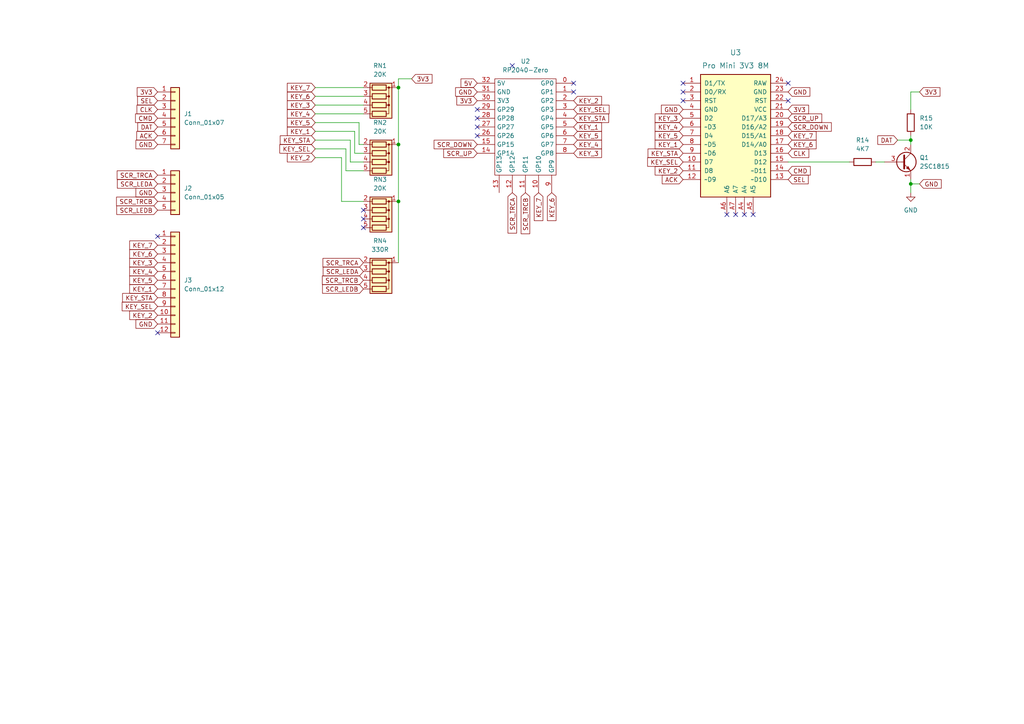
<source format=kicad_sch>
(kicad_sch (version 20211123) (generator eeschema)

  (uuid e63e39d7-6ac0-4ffd-8aa3-1841a4541b55)

  (paper "A4")

  (lib_symbols
    (symbol "Arduino:Arduino_Pro_Mini" (pin_names (offset 1.016)) (in_bom yes) (on_board yes)
      (property "Reference" "U" (id 0) (at -10.16 21.59 0)
        (effects (font (size 1.524 1.524)))
      )
      (property "Value" "Arduino_Pro_Mini" (id 1) (at 0 19.05 0)
        (effects (font (size 1.524 1.524)))
      )
      (property "Footprint" "Arduino:Arduino_Pro_Mini" (id 2) (at 20.32 -19.05 0)
        (effects (font (size 1.524 1.524)) hide)
      )
      (property "Datasheet" "https://www.sparkfun.com/products/11113" (id 3) (at 5.08 -30.48 0)
        (effects (font (size 1.524 1.524)) hide)
      )
      (property "ki_keywords" "Arduino pro mini microcontroller module" (id 4) (at 0 0 0)
        (effects (font (size 1.27 1.27)) hide)
      )
      (property "ki_description" "Arduino Pro Mini" (id 5) (at 0 0 0)
        (effects (font (size 1.27 1.27)) hide)
      )
      (symbol "Arduino_Pro_Mini_0_1"
        (rectangle (start -10.16 17.78) (end 10.16 -17.78)
          (stroke (width 0.254) (type default) (color 0 0 0 0))
          (fill (type background))
        )
      )
      (symbol "Arduino_Pro_Mini_1_1"
        (pin bidirectional line (at -15.24 15.24 0) (length 5.08)
          (name "D1/TX" (effects (font (size 1.27 1.27))))
          (number "1" (effects (font (size 1.27 1.27))))
        )
        (pin bidirectional line (at -15.24 -7.62 0) (length 5.08)
          (name "D7" (effects (font (size 1.27 1.27))))
          (number "10" (effects (font (size 1.27 1.27))))
        )
        (pin bidirectional line (at -15.24 -10.16 0) (length 5.08)
          (name "D8" (effects (font (size 1.27 1.27))))
          (number "11" (effects (font (size 1.27 1.27))))
        )
        (pin bidirectional line (at -15.24 -12.7 0) (length 5.08)
          (name "~D9" (effects (font (size 1.27 1.27))))
          (number "12" (effects (font (size 1.27 1.27))))
        )
        (pin bidirectional line (at 15.24 -12.7 180) (length 5.08)
          (name "~D10" (effects (font (size 1.27 1.27))))
          (number "13" (effects (font (size 1.27 1.27))))
        )
        (pin bidirectional line (at 15.24 -10.16 180) (length 5.08)
          (name "~D11" (effects (font (size 1.27 1.27))))
          (number "14" (effects (font (size 1.27 1.27))))
        )
        (pin bidirectional line (at 15.24 -7.62 180) (length 5.08)
          (name "D12" (effects (font (size 1.27 1.27))))
          (number "15" (effects (font (size 1.27 1.27))))
        )
        (pin bidirectional line (at 15.24 -5.08 180) (length 5.08)
          (name "D13" (effects (font (size 1.27 1.27))))
          (number "16" (effects (font (size 1.27 1.27))))
        )
        (pin bidirectional line (at 15.24 -2.54 180) (length 5.08)
          (name "D14/A0" (effects (font (size 1.27 1.27))))
          (number "17" (effects (font (size 1.27 1.27))))
        )
        (pin bidirectional line (at 15.24 0 180) (length 5.08)
          (name "D15/A1" (effects (font (size 1.27 1.27))))
          (number "18" (effects (font (size 1.27 1.27))))
        )
        (pin bidirectional line (at 15.24 2.54 180) (length 5.08)
          (name "D16/A2" (effects (font (size 1.27 1.27))))
          (number "19" (effects (font (size 1.27 1.27))))
        )
        (pin bidirectional line (at -15.24 12.7 0) (length 5.08)
          (name "D0/RX" (effects (font (size 1.27 1.27))))
          (number "2" (effects (font (size 1.27 1.27))))
        )
        (pin bidirectional line (at 15.24 5.08 180) (length 5.08)
          (name "D17/A3" (effects (font (size 1.27 1.27))))
          (number "20" (effects (font (size 1.27 1.27))))
        )
        (pin power_in line (at 15.24 7.62 180) (length 5.08)
          (name "VCC" (effects (font (size 1.27 1.27))))
          (number "21" (effects (font (size 1.27 1.27))))
        )
        (pin input line (at 15.24 10.16 180) (length 5.08)
          (name "RST" (effects (font (size 1.27 1.27))))
          (number "22" (effects (font (size 1.27 1.27))))
        )
        (pin power_in line (at 15.24 12.7 180) (length 5.08)
          (name "GND" (effects (font (size 1.27 1.27))))
          (number "23" (effects (font (size 1.27 1.27))))
        )
        (pin power_out line (at 15.24 15.24 180) (length 5.08)
          (name "RAW" (effects (font (size 1.27 1.27))))
          (number "24" (effects (font (size 1.27 1.27))))
        )
        (pin input line (at -15.24 10.16 0) (length 5.08)
          (name "RST" (effects (font (size 1.27 1.27))))
          (number "3" (effects (font (size 1.27 1.27))))
        )
        (pin power_in line (at -15.24 7.62 0) (length 5.08)
          (name "GND" (effects (font (size 1.27 1.27))))
          (number "4" (effects (font (size 1.27 1.27))))
        )
        (pin bidirectional line (at -15.24 5.08 0) (length 5.08)
          (name "D2" (effects (font (size 1.27 1.27))))
          (number "5" (effects (font (size 1.27 1.27))))
        )
        (pin bidirectional line (at -15.24 2.54 0) (length 5.08)
          (name "~D3" (effects (font (size 1.27 1.27))))
          (number "6" (effects (font (size 1.27 1.27))))
        )
        (pin bidirectional line (at -15.24 0 0) (length 5.08)
          (name "D4" (effects (font (size 1.27 1.27))))
          (number "7" (effects (font (size 1.27 1.27))))
        )
        (pin bidirectional line (at -15.24 -2.54 0) (length 5.08)
          (name "~D5" (effects (font (size 1.27 1.27))))
          (number "8" (effects (font (size 1.27 1.27))))
        )
        (pin bidirectional line (at -15.24 -5.08 0) (length 5.08)
          (name "~D6" (effects (font (size 1.27 1.27))))
          (number "9" (effects (font (size 1.27 1.27))))
        )
        (pin bidirectional line (at 2.54 -22.86 90) (length 5.08)
          (name "A4" (effects (font (size 1.27 1.27))))
          (number "A4" (effects (font (size 1.27 1.27))))
        )
        (pin bidirectional line (at 5.08 -22.86 90) (length 5.08)
          (name "A5" (effects (font (size 1.27 1.27))))
          (number "A5" (effects (font (size 1.27 1.27))))
        )
        (pin bidirectional line (at -2.54 -22.86 90) (length 5.08)
          (name "A6" (effects (font (size 1.27 1.27))))
          (number "A6" (effects (font (size 1.27 1.27))))
        )
        (pin bidirectional line (at 0 -22.86 90) (length 5.08)
          (name "A7" (effects (font (size 1.27 1.27))))
          (number "A7" (effects (font (size 1.27 1.27))))
        )
      )
    )
    (symbol "Connector_Generic:Conn_01x05" (pin_names (offset 1.016) hide) (in_bom yes) (on_board yes)
      (property "Reference" "J" (id 0) (at 0 7.62 0)
        (effects (font (size 1.27 1.27)))
      )
      (property "Value" "Conn_01x05" (id 1) (at 0 -7.62 0)
        (effects (font (size 1.27 1.27)))
      )
      (property "Footprint" "" (id 2) (at 0 0 0)
        (effects (font (size 1.27 1.27)) hide)
      )
      (property "Datasheet" "~" (id 3) (at 0 0 0)
        (effects (font (size 1.27 1.27)) hide)
      )
      (property "ki_keywords" "connector" (id 4) (at 0 0 0)
        (effects (font (size 1.27 1.27)) hide)
      )
      (property "ki_description" "Generic connector, single row, 01x05, script generated (kicad-library-utils/schlib/autogen/connector/)" (id 5) (at 0 0 0)
        (effects (font (size 1.27 1.27)) hide)
      )
      (property "ki_fp_filters" "Connector*:*_1x??_*" (id 6) (at 0 0 0)
        (effects (font (size 1.27 1.27)) hide)
      )
      (symbol "Conn_01x05_1_1"
        (rectangle (start -1.27 -4.953) (end 0 -5.207)
          (stroke (width 0.1524) (type default) (color 0 0 0 0))
          (fill (type none))
        )
        (rectangle (start -1.27 -2.413) (end 0 -2.667)
          (stroke (width 0.1524) (type default) (color 0 0 0 0))
          (fill (type none))
        )
        (rectangle (start -1.27 0.127) (end 0 -0.127)
          (stroke (width 0.1524) (type default) (color 0 0 0 0))
          (fill (type none))
        )
        (rectangle (start -1.27 2.667) (end 0 2.413)
          (stroke (width 0.1524) (type default) (color 0 0 0 0))
          (fill (type none))
        )
        (rectangle (start -1.27 5.207) (end 0 4.953)
          (stroke (width 0.1524) (type default) (color 0 0 0 0))
          (fill (type none))
        )
        (rectangle (start -1.27 6.35) (end 1.27 -6.35)
          (stroke (width 0.254) (type default) (color 0 0 0 0))
          (fill (type background))
        )
        (pin passive line (at -5.08 5.08 0) (length 3.81)
          (name "Pin_1" (effects (font (size 1.27 1.27))))
          (number "1" (effects (font (size 1.27 1.27))))
        )
        (pin passive line (at -5.08 2.54 0) (length 3.81)
          (name "Pin_2" (effects (font (size 1.27 1.27))))
          (number "2" (effects (font (size 1.27 1.27))))
        )
        (pin passive line (at -5.08 0 0) (length 3.81)
          (name "Pin_3" (effects (font (size 1.27 1.27))))
          (number "3" (effects (font (size 1.27 1.27))))
        )
        (pin passive line (at -5.08 -2.54 0) (length 3.81)
          (name "Pin_4" (effects (font (size 1.27 1.27))))
          (number "4" (effects (font (size 1.27 1.27))))
        )
        (pin passive line (at -5.08 -5.08 0) (length 3.81)
          (name "Pin_5" (effects (font (size 1.27 1.27))))
          (number "5" (effects (font (size 1.27 1.27))))
        )
      )
    )
    (symbol "Connector_Generic:Conn_01x07" (pin_names (offset 1.016) hide) (in_bom yes) (on_board yes)
      (property "Reference" "J" (id 0) (at 0 10.16 0)
        (effects (font (size 1.27 1.27)))
      )
      (property "Value" "Conn_01x07" (id 1) (at 0 -10.16 0)
        (effects (font (size 1.27 1.27)))
      )
      (property "Footprint" "" (id 2) (at 0 0 0)
        (effects (font (size 1.27 1.27)) hide)
      )
      (property "Datasheet" "~" (id 3) (at 0 0 0)
        (effects (font (size 1.27 1.27)) hide)
      )
      (property "ki_keywords" "connector" (id 4) (at 0 0 0)
        (effects (font (size 1.27 1.27)) hide)
      )
      (property "ki_description" "Generic connector, single row, 01x07, script generated (kicad-library-utils/schlib/autogen/connector/)" (id 5) (at 0 0 0)
        (effects (font (size 1.27 1.27)) hide)
      )
      (property "ki_fp_filters" "Connector*:*_1x??_*" (id 6) (at 0 0 0)
        (effects (font (size 1.27 1.27)) hide)
      )
      (symbol "Conn_01x07_1_1"
        (rectangle (start -1.27 -7.493) (end 0 -7.747)
          (stroke (width 0.1524) (type default) (color 0 0 0 0))
          (fill (type none))
        )
        (rectangle (start -1.27 -4.953) (end 0 -5.207)
          (stroke (width 0.1524) (type default) (color 0 0 0 0))
          (fill (type none))
        )
        (rectangle (start -1.27 -2.413) (end 0 -2.667)
          (stroke (width 0.1524) (type default) (color 0 0 0 0))
          (fill (type none))
        )
        (rectangle (start -1.27 0.127) (end 0 -0.127)
          (stroke (width 0.1524) (type default) (color 0 0 0 0))
          (fill (type none))
        )
        (rectangle (start -1.27 2.667) (end 0 2.413)
          (stroke (width 0.1524) (type default) (color 0 0 0 0))
          (fill (type none))
        )
        (rectangle (start -1.27 5.207) (end 0 4.953)
          (stroke (width 0.1524) (type default) (color 0 0 0 0))
          (fill (type none))
        )
        (rectangle (start -1.27 7.747) (end 0 7.493)
          (stroke (width 0.1524) (type default) (color 0 0 0 0))
          (fill (type none))
        )
        (rectangle (start -1.27 8.89) (end 1.27 -8.89)
          (stroke (width 0.254) (type default) (color 0 0 0 0))
          (fill (type background))
        )
        (pin passive line (at -5.08 7.62 0) (length 3.81)
          (name "Pin_1" (effects (font (size 1.27 1.27))))
          (number "1" (effects (font (size 1.27 1.27))))
        )
        (pin passive line (at -5.08 5.08 0) (length 3.81)
          (name "Pin_2" (effects (font (size 1.27 1.27))))
          (number "2" (effects (font (size 1.27 1.27))))
        )
        (pin passive line (at -5.08 2.54 0) (length 3.81)
          (name "Pin_3" (effects (font (size 1.27 1.27))))
          (number "3" (effects (font (size 1.27 1.27))))
        )
        (pin passive line (at -5.08 0 0) (length 3.81)
          (name "Pin_4" (effects (font (size 1.27 1.27))))
          (number "4" (effects (font (size 1.27 1.27))))
        )
        (pin passive line (at -5.08 -2.54 0) (length 3.81)
          (name "Pin_5" (effects (font (size 1.27 1.27))))
          (number "5" (effects (font (size 1.27 1.27))))
        )
        (pin passive line (at -5.08 -5.08 0) (length 3.81)
          (name "Pin_6" (effects (font (size 1.27 1.27))))
          (number "6" (effects (font (size 1.27 1.27))))
        )
        (pin passive line (at -5.08 -7.62 0) (length 3.81)
          (name "Pin_7" (effects (font (size 1.27 1.27))))
          (number "7" (effects (font (size 1.27 1.27))))
        )
      )
    )
    (symbol "Connector_Generic:Conn_01x12" (pin_names (offset 1.016) hide) (in_bom yes) (on_board yes)
      (property "Reference" "J" (id 0) (at 0 15.24 0)
        (effects (font (size 1.27 1.27)))
      )
      (property "Value" "Conn_01x12" (id 1) (at 0 -17.78 0)
        (effects (font (size 1.27 1.27)))
      )
      (property "Footprint" "" (id 2) (at 0 0 0)
        (effects (font (size 1.27 1.27)) hide)
      )
      (property "Datasheet" "~" (id 3) (at 0 0 0)
        (effects (font (size 1.27 1.27)) hide)
      )
      (property "ki_keywords" "connector" (id 4) (at 0 0 0)
        (effects (font (size 1.27 1.27)) hide)
      )
      (property "ki_description" "Generic connector, single row, 01x12, script generated (kicad-library-utils/schlib/autogen/connector/)" (id 5) (at 0 0 0)
        (effects (font (size 1.27 1.27)) hide)
      )
      (property "ki_fp_filters" "Connector*:*_1x??_*" (id 6) (at 0 0 0)
        (effects (font (size 1.27 1.27)) hide)
      )
      (symbol "Conn_01x12_1_1"
        (rectangle (start -1.27 -15.113) (end 0 -15.367)
          (stroke (width 0.1524) (type default) (color 0 0 0 0))
          (fill (type none))
        )
        (rectangle (start -1.27 -12.573) (end 0 -12.827)
          (stroke (width 0.1524) (type default) (color 0 0 0 0))
          (fill (type none))
        )
        (rectangle (start -1.27 -10.033) (end 0 -10.287)
          (stroke (width 0.1524) (type default) (color 0 0 0 0))
          (fill (type none))
        )
        (rectangle (start -1.27 -7.493) (end 0 -7.747)
          (stroke (width 0.1524) (type default) (color 0 0 0 0))
          (fill (type none))
        )
        (rectangle (start -1.27 -4.953) (end 0 -5.207)
          (stroke (width 0.1524) (type default) (color 0 0 0 0))
          (fill (type none))
        )
        (rectangle (start -1.27 -2.413) (end 0 -2.667)
          (stroke (width 0.1524) (type default) (color 0 0 0 0))
          (fill (type none))
        )
        (rectangle (start -1.27 0.127) (end 0 -0.127)
          (stroke (width 0.1524) (type default) (color 0 0 0 0))
          (fill (type none))
        )
        (rectangle (start -1.27 2.667) (end 0 2.413)
          (stroke (width 0.1524) (type default) (color 0 0 0 0))
          (fill (type none))
        )
        (rectangle (start -1.27 5.207) (end 0 4.953)
          (stroke (width 0.1524) (type default) (color 0 0 0 0))
          (fill (type none))
        )
        (rectangle (start -1.27 7.747) (end 0 7.493)
          (stroke (width 0.1524) (type default) (color 0 0 0 0))
          (fill (type none))
        )
        (rectangle (start -1.27 10.287) (end 0 10.033)
          (stroke (width 0.1524) (type default) (color 0 0 0 0))
          (fill (type none))
        )
        (rectangle (start -1.27 12.827) (end 0 12.573)
          (stroke (width 0.1524) (type default) (color 0 0 0 0))
          (fill (type none))
        )
        (rectangle (start -1.27 13.97) (end 1.27 -16.51)
          (stroke (width 0.254) (type default) (color 0 0 0 0))
          (fill (type background))
        )
        (pin passive line (at -5.08 12.7 0) (length 3.81)
          (name "Pin_1" (effects (font (size 1.27 1.27))))
          (number "1" (effects (font (size 1.27 1.27))))
        )
        (pin passive line (at -5.08 -10.16 0) (length 3.81)
          (name "Pin_10" (effects (font (size 1.27 1.27))))
          (number "10" (effects (font (size 1.27 1.27))))
        )
        (pin passive line (at -5.08 -12.7 0) (length 3.81)
          (name "Pin_11" (effects (font (size 1.27 1.27))))
          (number "11" (effects (font (size 1.27 1.27))))
        )
        (pin passive line (at -5.08 -15.24 0) (length 3.81)
          (name "Pin_12" (effects (font (size 1.27 1.27))))
          (number "12" (effects (font (size 1.27 1.27))))
        )
        (pin passive line (at -5.08 10.16 0) (length 3.81)
          (name "Pin_2" (effects (font (size 1.27 1.27))))
          (number "2" (effects (font (size 1.27 1.27))))
        )
        (pin passive line (at -5.08 7.62 0) (length 3.81)
          (name "Pin_3" (effects (font (size 1.27 1.27))))
          (number "3" (effects (font (size 1.27 1.27))))
        )
        (pin passive line (at -5.08 5.08 0) (length 3.81)
          (name "Pin_4" (effects (font (size 1.27 1.27))))
          (number "4" (effects (font (size 1.27 1.27))))
        )
        (pin passive line (at -5.08 2.54 0) (length 3.81)
          (name "Pin_5" (effects (font (size 1.27 1.27))))
          (number "5" (effects (font (size 1.27 1.27))))
        )
        (pin passive line (at -5.08 0 0) (length 3.81)
          (name "Pin_6" (effects (font (size 1.27 1.27))))
          (number "6" (effects (font (size 1.27 1.27))))
        )
        (pin passive line (at -5.08 -2.54 0) (length 3.81)
          (name "Pin_7" (effects (font (size 1.27 1.27))))
          (number "7" (effects (font (size 1.27 1.27))))
        )
        (pin passive line (at -5.08 -5.08 0) (length 3.81)
          (name "Pin_8" (effects (font (size 1.27 1.27))))
          (number "8" (effects (font (size 1.27 1.27))))
        )
        (pin passive line (at -5.08 -7.62 0) (length 3.81)
          (name "Pin_9" (effects (font (size 1.27 1.27))))
          (number "9" (effects (font (size 1.27 1.27))))
        )
      )
    )
    (symbol "Device:R" (pin_numbers hide) (pin_names (offset 0)) (in_bom yes) (on_board yes)
      (property "Reference" "R" (id 0) (at 2.032 0 90)
        (effects (font (size 1.27 1.27)))
      )
      (property "Value" "R" (id 1) (at 0 0 90)
        (effects (font (size 1.27 1.27)))
      )
      (property "Footprint" "" (id 2) (at -1.778 0 90)
        (effects (font (size 1.27 1.27)) hide)
      )
      (property "Datasheet" "~" (id 3) (at 0 0 0)
        (effects (font (size 1.27 1.27)) hide)
      )
      (property "ki_keywords" "R res resistor" (id 4) (at 0 0 0)
        (effects (font (size 1.27 1.27)) hide)
      )
      (property "ki_description" "Resistor" (id 5) (at 0 0 0)
        (effects (font (size 1.27 1.27)) hide)
      )
      (property "ki_fp_filters" "R_*" (id 6) (at 0 0 0)
        (effects (font (size 1.27 1.27)) hide)
      )
      (symbol "R_0_1"
        (rectangle (start -1.016 -2.54) (end 1.016 2.54)
          (stroke (width 0.254) (type default) (color 0 0 0 0))
          (fill (type none))
        )
      )
      (symbol "R_1_1"
        (pin passive line (at 0 3.81 270) (length 1.27)
          (name "~" (effects (font (size 1.27 1.27))))
          (number "1" (effects (font (size 1.27 1.27))))
        )
        (pin passive line (at 0 -3.81 90) (length 1.27)
          (name "~" (effects (font (size 1.27 1.27))))
          (number "2" (effects (font (size 1.27 1.27))))
        )
      )
    )
    (symbol "Device:R_Network04" (pin_names (offset 0) hide) (in_bom yes) (on_board yes)
      (property "Reference" "RN" (id 0) (at -7.62 0 90)
        (effects (font (size 1.27 1.27)))
      )
      (property "Value" "R_Network04" (id 1) (at 5.08 0 90)
        (effects (font (size 1.27 1.27)))
      )
      (property "Footprint" "Resistor_THT:R_Array_SIP5" (id 2) (at 6.985 0 90)
        (effects (font (size 1.27 1.27)) hide)
      )
      (property "Datasheet" "http://www.vishay.com/docs/31509/csc.pdf" (id 3) (at 0 0 0)
        (effects (font (size 1.27 1.27)) hide)
      )
      (property "ki_keywords" "R network star-topology" (id 4) (at 0 0 0)
        (effects (font (size 1.27 1.27)) hide)
      )
      (property "ki_description" "4 resistor network, star topology, bussed resistors, small symbol" (id 5) (at 0 0 0)
        (effects (font (size 1.27 1.27)) hide)
      )
      (property "ki_fp_filters" "R?Array?SIP*" (id 6) (at 0 0 0)
        (effects (font (size 1.27 1.27)) hide)
      )
      (symbol "R_Network04_0_1"
        (rectangle (start -6.35 -3.175) (end 3.81 3.175)
          (stroke (width 0.254) (type default) (color 0 0 0 0))
          (fill (type background))
        )
        (rectangle (start -5.842 1.524) (end -4.318 -2.54)
          (stroke (width 0.254) (type default) (color 0 0 0 0))
          (fill (type none))
        )
        (circle (center -5.08 2.286) (radius 0.254)
          (stroke (width 0) (type default) (color 0 0 0 0))
          (fill (type outline))
        )
        (rectangle (start -3.302 1.524) (end -1.778 -2.54)
          (stroke (width 0.254) (type default) (color 0 0 0 0))
          (fill (type none))
        )
        (circle (center -2.54 2.286) (radius 0.254)
          (stroke (width 0) (type default) (color 0 0 0 0))
          (fill (type outline))
        )
        (rectangle (start -0.762 1.524) (end 0.762 -2.54)
          (stroke (width 0.254) (type default) (color 0 0 0 0))
          (fill (type none))
        )
        (polyline
          (pts
            (xy -5.08 -2.54)
            (xy -5.08 -3.81)
          )
          (stroke (width 0) (type default) (color 0 0 0 0))
          (fill (type none))
        )
        (polyline
          (pts
            (xy -2.54 -2.54)
            (xy -2.54 -3.81)
          )
          (stroke (width 0) (type default) (color 0 0 0 0))
          (fill (type none))
        )
        (polyline
          (pts
            (xy 0 -2.54)
            (xy 0 -3.81)
          )
          (stroke (width 0) (type default) (color 0 0 0 0))
          (fill (type none))
        )
        (polyline
          (pts
            (xy 2.54 -2.54)
            (xy 2.54 -3.81)
          )
          (stroke (width 0) (type default) (color 0 0 0 0))
          (fill (type none))
        )
        (polyline
          (pts
            (xy -5.08 1.524)
            (xy -5.08 2.286)
            (xy -2.54 2.286)
            (xy -2.54 1.524)
          )
          (stroke (width 0) (type default) (color 0 0 0 0))
          (fill (type none))
        )
        (polyline
          (pts
            (xy -2.54 1.524)
            (xy -2.54 2.286)
            (xy 0 2.286)
            (xy 0 1.524)
          )
          (stroke (width 0) (type default) (color 0 0 0 0))
          (fill (type none))
        )
        (polyline
          (pts
            (xy 0 1.524)
            (xy 0 2.286)
            (xy 2.54 2.286)
            (xy 2.54 1.524)
          )
          (stroke (width 0) (type default) (color 0 0 0 0))
          (fill (type none))
        )
        (circle (center 0 2.286) (radius 0.254)
          (stroke (width 0) (type default) (color 0 0 0 0))
          (fill (type outline))
        )
        (rectangle (start 1.778 1.524) (end 3.302 -2.54)
          (stroke (width 0.254) (type default) (color 0 0 0 0))
          (fill (type none))
        )
      )
      (symbol "R_Network04_1_1"
        (pin passive line (at -5.08 5.08 270) (length 2.54)
          (name "common" (effects (font (size 1.27 1.27))))
          (number "1" (effects (font (size 1.27 1.27))))
        )
        (pin passive line (at -5.08 -5.08 90) (length 1.27)
          (name "R1" (effects (font (size 1.27 1.27))))
          (number "2" (effects (font (size 1.27 1.27))))
        )
        (pin passive line (at -2.54 -5.08 90) (length 1.27)
          (name "R2" (effects (font (size 1.27 1.27))))
          (number "3" (effects (font (size 1.27 1.27))))
        )
        (pin passive line (at 0 -5.08 90) (length 1.27)
          (name "R3" (effects (font (size 1.27 1.27))))
          (number "4" (effects (font (size 1.27 1.27))))
        )
        (pin passive line (at 2.54 -5.08 90) (length 1.27)
          (name "R4" (effects (font (size 1.27 1.27))))
          (number "5" (effects (font (size 1.27 1.27))))
        )
      )
    )
    (symbol "Transistor_BJT:2SC1815" (pin_names (offset 0) hide) (in_bom yes) (on_board yes)
      (property "Reference" "Q" (id 0) (at 5.08 1.905 0)
        (effects (font (size 1.27 1.27)) (justify left))
      )
      (property "Value" "2SC1815" (id 1) (at 5.08 0 0)
        (effects (font (size 1.27 1.27)) (justify left))
      )
      (property "Footprint" "Package_TO_SOT_THT:TO-92_Inline" (id 2) (at 5.08 -1.905 0)
        (effects (font (size 1.27 1.27) italic) (justify left) hide)
      )
      (property "Datasheet" "https://media.digikey.com/pdf/Data%20Sheets/Toshiba%20PDFs/2SC1815.pdf" (id 3) (at 0 0 0)
        (effects (font (size 1.27 1.27)) (justify left) hide)
      )
      (property "ki_keywords" "Low Noise Audio NPN Transistor" (id 4) (at 0 0 0)
        (effects (font (size 1.27 1.27)) hide)
      )
      (property "ki_description" "0.15A Ic, 50V Vce, Low Noise Audio NPN Transistor, TO-92" (id 5) (at 0 0 0)
        (effects (font (size 1.27 1.27)) hide)
      )
      (property "ki_fp_filters" "TO?92*" (id 6) (at 0 0 0)
        (effects (font (size 1.27 1.27)) hide)
      )
      (symbol "2SC1815_0_1"
        (polyline
          (pts
            (xy 0 0)
            (xy 0.508 0)
          )
          (stroke (width 0) (type default) (color 0 0 0 0))
          (fill (type none))
        )
        (polyline
          (pts
            (xy 0.635 0.635)
            (xy 2.54 2.54)
          )
          (stroke (width 0) (type default) (color 0 0 0 0))
          (fill (type none))
        )
        (polyline
          (pts
            (xy 0.635 -0.635)
            (xy 2.54 -2.54)
            (xy 2.54 -2.54)
          )
          (stroke (width 0) (type default) (color 0 0 0 0))
          (fill (type none))
        )
        (polyline
          (pts
            (xy 0.635 1.905)
            (xy 0.635 -1.905)
            (xy 0.635 -1.905)
          )
          (stroke (width 0.508) (type default) (color 0 0 0 0))
          (fill (type none))
        )
        (polyline
          (pts
            (xy 1.27 -1.778)
            (xy 1.778 -1.27)
            (xy 2.286 -2.286)
            (xy 1.27 -1.778)
            (xy 1.27 -1.778)
          )
          (stroke (width 0) (type default) (color 0 0 0 0))
          (fill (type outline))
        )
        (circle (center 1.27 0) (radius 2.8194)
          (stroke (width 0.254) (type default) (color 0 0 0 0))
          (fill (type none))
        )
      )
      (symbol "2SC1815_1_1"
        (pin passive line (at 2.54 -5.08 90) (length 2.54)
          (name "E" (effects (font (size 1.27 1.27))))
          (number "1" (effects (font (size 1.27 1.27))))
        )
        (pin passive line (at 2.54 5.08 270) (length 2.54)
          (name "C" (effects (font (size 1.27 1.27))))
          (number "2" (effects (font (size 1.27 1.27))))
        )
        (pin input line (at -5.08 0 0) (length 5.08)
          (name "B" (effects (font (size 1.27 1.27))))
          (number "3" (effects (font (size 1.27 1.27))))
        )
      )
    )
    (symbol "power:GND" (power) (pin_names (offset 0)) (in_bom yes) (on_board yes)
      (property "Reference" "#PWR" (id 0) (at 0 -6.35 0)
        (effects (font (size 1.27 1.27)) hide)
      )
      (property "Value" "GND" (id 1) (at 0 -3.81 0)
        (effects (font (size 1.27 1.27)))
      )
      (property "Footprint" "" (id 2) (at 0 0 0)
        (effects (font (size 1.27 1.27)) hide)
      )
      (property "Datasheet" "" (id 3) (at 0 0 0)
        (effects (font (size 1.27 1.27)) hide)
      )
      (property "ki_keywords" "power-flag" (id 4) (at 0 0 0)
        (effects (font (size 1.27 1.27)) hide)
      )
      (property "ki_description" "Power symbol creates a global label with name \"GND\" , ground" (id 5) (at 0 0 0)
        (effects (font (size 1.27 1.27)) hide)
      )
      (symbol "GND_0_1"
        (polyline
          (pts
            (xy 0 0)
            (xy 0 -1.27)
            (xy 1.27 -1.27)
            (xy 0 -2.54)
            (xy -1.27 -1.27)
            (xy 0 -1.27)
          )
          (stroke (width 0) (type default) (color 0 0 0 0))
          (fill (type none))
        )
      )
      (symbol "GND_1_1"
        (pin power_in line (at 0 0 270) (length 0) hide
          (name "GND" (effects (font (size 1.27 1.27))))
          (number "1" (effects (font (size 1.27 1.27))))
        )
      )
    )
    (symbol "rp2040-zero:RP2040-Zero" (pin_names (offset 0.5842)) (in_bom yes) (on_board yes)
      (property "Reference" "U" (id 0) (at 0 0 0)
        (effects (font (size 1.27 1.27)))
      )
      (property "Value" "RP2040-Zero" (id 1) (at 1.27 -3.81 0)
        (effects (font (size 1.27 1.27)))
      )
      (property "Footprint" "" (id 2) (at 0 0 0)
        (effects (font (size 1.27 1.27)) hide)
      )
      (property "Datasheet" "" (id 3) (at 0 0 0)
        (effects (font (size 1.27 1.27)) hide)
      )
      (symbol "RP2040-Zero_0_1"
        (rectangle (start -8.89 -5.08) (end 8.89 -33.02)
          (stroke (width 0) (type default) (color 0 0 0 0))
          (fill (type none))
        )
      )
      (symbol "RP2040-Zero_1_1"
        (pin tri_state line (at 13.97 -6.35 180) (length 5.08)
          (name "GP0" (effects (font (size 1.27 1.27))))
          (number "0" (effects (font (size 1.27 1.27))))
        )
        (pin tri_state line (at 13.97 -8.89 180) (length 5.08)
          (name "GP1" (effects (font (size 1.27 1.27))))
          (number "1" (effects (font (size 1.27 1.27))))
        )
        (pin tri_state line (at 3.81 -38.1 90) (length 5.08)
          (name "GP10" (effects (font (size 1.27 1.27))))
          (number "10" (effects (font (size 1.27 1.27))))
        )
        (pin tri_state line (at 0 -38.1 90) (length 5.08)
          (name "GP11" (effects (font (size 1.27 1.27))))
          (number "11" (effects (font (size 1.27 1.27))))
        )
        (pin tri_state line (at -3.81 -38.1 90) (length 5.08)
          (name "GP12" (effects (font (size 1.27 1.27))))
          (number "12" (effects (font (size 1.27 1.27))))
        )
        (pin tri_state line (at -7.62 -38.1 90) (length 5.08)
          (name "GP13" (effects (font (size 1.27 1.27))))
          (number "13" (effects (font (size 1.27 1.27))))
        )
        (pin tri_state line (at -13.97 -26.67 0) (length 5.08)
          (name "GP14" (effects (font (size 1.27 1.27))))
          (number "14" (effects (font (size 1.27 1.27))))
        )
        (pin tri_state line (at -13.97 -24.13 0) (length 5.08)
          (name "GP15" (effects (font (size 1.27 1.27))))
          (number "15" (effects (font (size 1.27 1.27))))
        )
        (pin tri_state line (at 13.97 -11.43 180) (length 5.08)
          (name "GP2" (effects (font (size 1.27 1.27))))
          (number "2" (effects (font (size 1.27 1.27))))
        )
        (pin tri_state line (at -13.97 -21.59 0) (length 5.08)
          (name "GP26" (effects (font (size 1.27 1.27))))
          (number "26" (effects (font (size 1.27 1.27))))
        )
        (pin tri_state line (at -13.97 -19.05 0) (length 5.08)
          (name "GP27" (effects (font (size 1.27 1.27))))
          (number "27" (effects (font (size 1.27 1.27))))
        )
        (pin tri_state line (at -13.97 -16.51 0) (length 5.08)
          (name "GP28" (effects (font (size 1.27 1.27))))
          (number "28" (effects (font (size 1.27 1.27))))
        )
        (pin tri_state line (at -13.97 -13.97 0) (length 5.08)
          (name "GP29" (effects (font (size 1.27 1.27))))
          (number "29" (effects (font (size 1.27 1.27))))
        )
        (pin tri_state line (at 13.97 -13.97 180) (length 5.08)
          (name "GP3" (effects (font (size 1.27 1.27))))
          (number "3" (effects (font (size 1.27 1.27))))
        )
        (pin power_out line (at -13.97 -11.43 0) (length 5.08)
          (name "3V3" (effects (font (size 1.27 1.27))))
          (number "30" (effects (font (size 1.27 1.27))))
        )
        (pin input line (at -13.97 -8.89 0) (length 5.08)
          (name "GND" (effects (font (size 1.27 1.27))))
          (number "31" (effects (font (size 1.27 1.27))))
        )
        (pin power_out line (at -13.97 -6.35 0) (length 5.08)
          (name "5V" (effects (font (size 1.27 1.27))))
          (number "32" (effects (font (size 1.27 1.27))))
        )
        (pin tri_state line (at 13.97 -16.51 180) (length 5.08)
          (name "GP4" (effects (font (size 1.27 1.27))))
          (number "4" (effects (font (size 1.27 1.27))))
        )
        (pin tri_state line (at 13.97 -19.05 180) (length 5.08)
          (name "GP5" (effects (font (size 1.27 1.27))))
          (number "5" (effects (font (size 1.27 1.27))))
        )
        (pin tri_state line (at 13.97 -21.59 180) (length 5.08)
          (name "GP6" (effects (font (size 1.27 1.27))))
          (number "6" (effects (font (size 1.27 1.27))))
        )
        (pin tri_state line (at 13.97 -24.13 180) (length 5.08)
          (name "GP7" (effects (font (size 1.27 1.27))))
          (number "7" (effects (font (size 1.27 1.27))))
        )
        (pin tri_state line (at 13.97 -26.67 180) (length 5.08)
          (name "GP8" (effects (font (size 1.27 1.27))))
          (number "8" (effects (font (size 1.27 1.27))))
        )
        (pin tri_state line (at 7.62 -38.1 90) (length 5.08)
          (name "GP9" (effects (font (size 1.27 1.27))))
          (number "9" (effects (font (size 1.27 1.27))))
        )
      )
    )
  )

  (junction (at 115.57 41.91) (diameter 0) (color 0 0 0 0)
    (uuid 251ea352-f7fc-4003-9869-4500587d4b5c)
  )
  (junction (at 264.16 53.34) (diameter 0) (color 0 0 0 0)
    (uuid 27d19972-0b68-4101-964a-a0afc5ee5464)
  )
  (junction (at 115.57 25.4) (diameter 0) (color 0 0 0 0)
    (uuid 27e04cf7-c1b2-465a-9d8f-872e71060ee9)
  )
  (junction (at 264.16 40.64) (diameter 0) (color 0 0 0 0)
    (uuid 47fdff7b-09b2-4381-a57e-13ed9d90fc6a)
  )
  (junction (at 115.57 58.42) (diameter 0) (color 0 0 0 0)
    (uuid af13f88d-baff-400e-bfde-56c460646e50)
  )

  (no_connect (at 228.6 24.13) (uuid 23550e88-90cc-4000-b840-77bea1b8f013))
  (no_connect (at 228.6 29.21) (uuid 23550e88-90cc-4000-b840-77bea1b8f014))
  (no_connect (at 198.12 24.13) (uuid 23550e88-90cc-4000-b840-77bea1b8f015))
  (no_connect (at 198.12 26.67) (uuid 23550e88-90cc-4000-b840-77bea1b8f016))
  (no_connect (at 198.12 29.21) (uuid 23550e88-90cc-4000-b840-77bea1b8f017))
  (no_connect (at 210.82 62.23) (uuid 29aa0a09-a3c8-4ec8-a7df-48f41a1e6a74))
  (no_connect (at 213.36 62.23) (uuid 29aa0a09-a3c8-4ec8-a7df-48f41a1e6a74))
  (no_connect (at 215.9 62.23) (uuid 29aa0a09-a3c8-4ec8-a7df-48f41a1e6a74))
  (no_connect (at 218.44 62.23) (uuid 29aa0a09-a3c8-4ec8-a7df-48f41a1e6a74))
  (no_connect (at 105.41 60.96) (uuid 35f023af-7ccf-417f-8e76-b0f7268a7dbd))
  (no_connect (at 105.41 63.5) (uuid 35f023af-7ccf-417f-8e76-b0f7268a7dbd))
  (no_connect (at 105.41 66.04) (uuid 35f023af-7ccf-417f-8e76-b0f7268a7dbd))
  (no_connect (at 45.72 96.52) (uuid 39f8ab6b-9afd-4c2a-8c89-141e8dcdfac1))
  (no_connect (at 45.72 68.58) (uuid 39f8ab6b-9afd-4c2a-8c89-141e8dcdfac2))
  (no_connect (at 138.43 39.37) (uuid 4d8f6315-e93c-46f3-8070-66bff76056c9))
  (no_connect (at 138.43 36.83) (uuid 4d8f6315-e93c-46f3-8070-66bff76056ca))
  (no_connect (at 138.43 34.29) (uuid 4d8f6315-e93c-46f3-8070-66bff76056cb))
  (no_connect (at 138.43 31.75) (uuid 4d8f6315-e93c-46f3-8070-66bff76056cc))
  (no_connect (at 166.37 24.13) (uuid 9bcbe2a0-9825-40b9-9344-decf1643196a))
  (no_connect (at 166.37 26.67) (uuid 9bcbe2a0-9825-40b9-9344-decf1643196b))
  (no_connect (at 148.59 19.05) (uuid 9bcbe2a0-9825-40b9-9344-decf1643196c))

  (wire (pts (xy 104.14 35.56) (xy 104.14 41.91))
    (stroke (width 0) (type default) (color 0 0 0 0))
    (uuid 02dc32d0-3d35-4cd8-be53-825162733acf)
  )
  (wire (pts (xy 91.44 30.48) (xy 105.41 30.48))
    (stroke (width 0) (type default) (color 0 0 0 0))
    (uuid 10e399a0-6670-47cd-a2cd-45bd8d5ad458)
  )
  (wire (pts (xy 102.87 38.1) (xy 102.87 44.45))
    (stroke (width 0) (type default) (color 0 0 0 0))
    (uuid 151b16b8-f17c-4a0f-a223-a64387476485)
  )
  (wire (pts (xy 91.44 45.72) (xy 99.06 45.72))
    (stroke (width 0) (type default) (color 0 0 0 0))
    (uuid 1800cf6b-f2e4-45f9-8167-0bc124adae8d)
  )
  (wire (pts (xy 115.57 58.42) (xy 115.57 76.2))
    (stroke (width 0) (type default) (color 0 0 0 0))
    (uuid 18eae03b-d61c-415c-b4d2-a585d179f573)
  )
  (wire (pts (xy 264.16 39.37) (xy 264.16 40.64))
    (stroke (width 0) (type default) (color 0 0 0 0))
    (uuid 25518983-debb-4d58-ab0b-ee3d48cb8abb)
  )
  (wire (pts (xy 91.44 25.4) (xy 105.41 25.4))
    (stroke (width 0) (type default) (color 0 0 0 0))
    (uuid 2b22003d-3466-4b13-a686-1b8ef7289ac9)
  )
  (wire (pts (xy 228.6 46.99) (xy 246.38 46.99))
    (stroke (width 0) (type default) (color 0 0 0 0))
    (uuid 3ca06523-939b-4d7e-94f8-5a3efb82f0e8)
  )
  (wire (pts (xy 115.57 25.4) (xy 115.57 22.86))
    (stroke (width 0) (type default) (color 0 0 0 0))
    (uuid 3dac9f93-fa2f-44b4-892c-e9c6c70b34c9)
  )
  (wire (pts (xy 254 46.99) (xy 256.54 46.99))
    (stroke (width 0) (type default) (color 0 0 0 0))
    (uuid 45376598-5536-4b25-9245-70dcd267aa8e)
  )
  (wire (pts (xy 264.16 26.67) (xy 264.16 31.75))
    (stroke (width 0) (type default) (color 0 0 0 0))
    (uuid 48941475-6e11-4fb6-afd5-36886e138e48)
  )
  (wire (pts (xy 264.16 53.34) (xy 264.16 55.88))
    (stroke (width 0) (type default) (color 0 0 0 0))
    (uuid 4d669029-58dc-4d39-9753-2984f77ab293)
  )
  (wire (pts (xy 115.57 58.42) (xy 115.57 41.91))
    (stroke (width 0) (type default) (color 0 0 0 0))
    (uuid 56519ba2-5c54-46a2-a639-05eaa45fda8f)
  )
  (wire (pts (xy 91.44 35.56) (xy 104.14 35.56))
    (stroke (width 0) (type default) (color 0 0 0 0))
    (uuid 5efa7e91-6047-4590-8add-9c0521e94079)
  )
  (wire (pts (xy 91.44 33.02) (xy 105.41 33.02))
    (stroke (width 0) (type default) (color 0 0 0 0))
    (uuid 637cb75d-27f7-4a26-b9fa-c7b567613df7)
  )
  (wire (pts (xy 91.44 40.64) (xy 101.6 40.64))
    (stroke (width 0) (type default) (color 0 0 0 0))
    (uuid 69cb16ac-6d6f-419e-9033-601194131f33)
  )
  (wire (pts (xy 100.33 49.53) (xy 105.41 49.53))
    (stroke (width 0) (type default) (color 0 0 0 0))
    (uuid 72b8070d-6360-4ae2-9e52-c57614a73147)
  )
  (wire (pts (xy 91.44 43.18) (xy 100.33 43.18))
    (stroke (width 0) (type default) (color 0 0 0 0))
    (uuid 80432e63-df72-4ae1-b600-20d7393ff8ac)
  )
  (wire (pts (xy 115.57 41.91) (xy 115.57 25.4))
    (stroke (width 0) (type default) (color 0 0 0 0))
    (uuid 84a6d983-820c-4e36-ba07-6185af065da3)
  )
  (wire (pts (xy 264.16 40.64) (xy 264.16 41.91))
    (stroke (width 0) (type default) (color 0 0 0 0))
    (uuid 8bcf3be1-83ab-4635-b6a6-3a65a602f22d)
  )
  (wire (pts (xy 260.35 40.64) (xy 264.16 40.64))
    (stroke (width 0) (type default) (color 0 0 0 0))
    (uuid 90d37525-c3f8-4078-b64b-7e119adc7ea4)
  )
  (wire (pts (xy 99.06 58.42) (xy 105.41 58.42))
    (stroke (width 0) (type default) (color 0 0 0 0))
    (uuid 960583dd-74a1-49ed-8e31-9c5fe4915959)
  )
  (wire (pts (xy 101.6 40.64) (xy 101.6 46.99))
    (stroke (width 0) (type default) (color 0 0 0 0))
    (uuid a16377e6-6889-4fa0-8923-5e35b197f198)
  )
  (wire (pts (xy 100.33 43.18) (xy 100.33 49.53))
    (stroke (width 0) (type default) (color 0 0 0 0))
    (uuid b5ab37e6-a277-4bf6-ba70-8e311168711d)
  )
  (wire (pts (xy 104.14 41.91) (xy 105.41 41.91))
    (stroke (width 0) (type default) (color 0 0 0 0))
    (uuid b90b0d3d-1a47-4a43-8c79-a20c3ff9ddfc)
  )
  (wire (pts (xy 266.7 26.67) (xy 264.16 26.67))
    (stroke (width 0) (type default) (color 0 0 0 0))
    (uuid c440ec61-e47f-4ea5-a57c-3a086525cc85)
  )
  (wire (pts (xy 99.06 45.72) (xy 99.06 58.42))
    (stroke (width 0) (type default) (color 0 0 0 0))
    (uuid c7f0e756-5fa8-4546-8764-b4753974876b)
  )
  (wire (pts (xy 91.44 27.94) (xy 105.41 27.94))
    (stroke (width 0) (type default) (color 0 0 0 0))
    (uuid d084848d-f531-4aad-b36c-5b35cc205bfe)
  )
  (wire (pts (xy 115.57 22.86) (xy 119.38 22.86))
    (stroke (width 0) (type default) (color 0 0 0 0))
    (uuid d6331e6b-cd10-4417-aced-4a80bc03a34c)
  )
  (wire (pts (xy 102.87 44.45) (xy 105.41 44.45))
    (stroke (width 0) (type default) (color 0 0 0 0))
    (uuid d7494d42-693c-422e-85b5-b094cadd76a3)
  )
  (wire (pts (xy 91.44 38.1) (xy 102.87 38.1))
    (stroke (width 0) (type default) (color 0 0 0 0))
    (uuid dc88b731-a1ca-4801-ad3c-4ee484b9f2c2)
  )
  (wire (pts (xy 264.16 52.07) (xy 264.16 53.34))
    (stroke (width 0) (type default) (color 0 0 0 0))
    (uuid e7302296-e044-4641-a7f2-bcd92eddb818)
  )
  (wire (pts (xy 101.6 46.99) (xy 105.41 46.99))
    (stroke (width 0) (type default) (color 0 0 0 0))
    (uuid ece26d12-cbd3-4d86-99b9-7d7fd4e9343f)
  )
  (wire (pts (xy 264.16 53.34) (xy 266.7 53.34))
    (stroke (width 0) (type default) (color 0 0 0 0))
    (uuid fb2d4859-7f7c-458f-9eda-b78c015fdb27)
  )

  (global_label "KEY_2" (shape input) (at 198.12 49.53 180) (fields_autoplaced)
    (effects (font (size 1.27 1.27)) (justify right))
    (uuid 00f136dc-5b65-486e-861c-84203594c57d)
    (property "Intersheet References" "${INTERSHEET_REFS}" (id 0) (at 190.0221 49.4506 0)
      (effects (font (size 1.27 1.27)) (justify right) hide)
    )
  )
  (global_label "GND" (shape input) (at 198.12 31.75 180) (fields_autoplaced)
    (effects (font (size 1.27 1.27)) (justify right))
    (uuid 015baa0b-c273-41b8-82f9-29950cff14bc)
    (property "Intersheet References" "${INTERSHEET_REFS}" (id 0) (at 191.8364 31.8294 0)
      (effects (font (size 1.27 1.27)) (justify right) hide)
    )
  )
  (global_label "3V3" (shape input) (at 266.7 26.67 0) (fields_autoplaced)
    (effects (font (size 1.27 1.27)) (justify left))
    (uuid 02d9adfd-472e-4f67-9bb7-54a1f01ff72b)
    (property "Intersheet References" "${INTERSHEET_REFS}" (id 0) (at 272.6207 26.5906 0)
      (effects (font (size 1.27 1.27)) (justify left) hide)
    )
  )
  (global_label "KEY_SEL" (shape input) (at 166.37 31.75 0) (fields_autoplaced)
    (effects (font (size 1.27 1.27)) (justify left))
    (uuid 02ed9828-6428-4579-be23-b529f10d03c1)
    (property "Intersheet References" "${INTERSHEET_REFS}" (id 0) (at 176.645 31.6706 0)
      (effects (font (size 1.27 1.27)) (justify left) hide)
    )
  )
  (global_label "SCR_DOWN" (shape input) (at 138.43 41.91 180) (fields_autoplaced)
    (effects (font (size 1.27 1.27)) (justify right))
    (uuid 09897f68-9ec0-4642-b865-06f22bd900b2)
    (property "Intersheet References" "${INTERSHEET_REFS}" (id 0) (at 125.9174 41.9894 0)
      (effects (font (size 1.27 1.27)) (justify right) hide)
    )
  )
  (global_label "KEY_6" (shape input) (at 91.44 27.94 180) (fields_autoplaced)
    (effects (font (size 1.27 1.27)) (justify right))
    (uuid 09fbab66-09b4-42ea-b22f-185a22367e63)
    (property "Intersheet References" "${INTERSHEET_REFS}" (id 0) (at 83.3421 27.8606 0)
      (effects (font (size 1.27 1.27)) (justify right) hide)
    )
  )
  (global_label "KEY_5" (shape input) (at 45.72 81.28 180) (fields_autoplaced)
    (effects (font (size 1.27 1.27)) (justify right))
    (uuid 0ad591ba-5d8b-4f6f-be9f-0f43919ab4c9)
    (property "Intersheet References" "${INTERSHEET_REFS}" (id 0) (at 37.6221 81.2006 0)
      (effects (font (size 1.27 1.27)) (justify right) hide)
    )
  )
  (global_label "SCR_LEDB" (shape input) (at 105.41 83.82 180) (fields_autoplaced)
    (effects (font (size 1.27 1.27)) (justify right))
    (uuid 0c14e132-c0c9-4d85-a516-ce7b5a5e37ab)
    (property "Intersheet References" "${INTERSHEET_REFS}" (id 0) (at 93.5626 83.7406 0)
      (effects (font (size 1.27 1.27)) (justify right) hide)
    )
  )
  (global_label "DAT" (shape input) (at 45.72 36.83 180) (fields_autoplaced)
    (effects (font (size 1.27 1.27)) (justify right))
    (uuid 1549a45d-ba8d-4f02-a4ab-ce5e0dfb79ae)
    (property "Intersheet References" "${INTERSHEET_REFS}" (id 0) (at 39.9807 36.7506 0)
      (effects (font (size 1.27 1.27)) (justify right) hide)
    )
  )
  (global_label "KEY_5" (shape input) (at 91.44 35.56 180) (fields_autoplaced)
    (effects (font (size 1.27 1.27)) (justify right))
    (uuid 188fd2b7-ed8b-4867-9ecc-97873f2ea81c)
    (property "Intersheet References" "${INTERSHEET_REFS}" (id 0) (at 83.3421 35.4806 0)
      (effects (font (size 1.27 1.27)) (justify right) hide)
    )
  )
  (global_label "3V3" (shape input) (at 119.38 22.86 0) (fields_autoplaced)
    (effects (font (size 1.27 1.27)) (justify left))
    (uuid 19ac9b06-3e40-43f3-917d-40ba2e441ecc)
    (property "Intersheet References" "${INTERSHEET_REFS}" (id 0) (at 125.3007 22.7806 0)
      (effects (font (size 1.27 1.27)) (justify left) hide)
    )
  )
  (global_label "KEY_STA" (shape input) (at 198.12 44.45 180) (fields_autoplaced)
    (effects (font (size 1.27 1.27)) (justify right))
    (uuid 1df8aaca-321e-4059-a10d-4d0f34f563ca)
    (property "Intersheet References" "${INTERSHEET_REFS}" (id 0) (at 187.9659 44.3706 0)
      (effects (font (size 1.27 1.27)) (justify right) hide)
    )
  )
  (global_label "GND" (shape input) (at 228.6 26.67 0) (fields_autoplaced)
    (effects (font (size 1.27 1.27)) (justify left))
    (uuid 20d3380a-d333-45a8-bf28-ab72ecb4342a)
    (property "Intersheet References" "${INTERSHEET_REFS}" (id 0) (at 234.8836 26.5906 0)
      (effects (font (size 1.27 1.27)) (justify left) hide)
    )
  )
  (global_label "ACK" (shape input) (at 45.72 39.37 180) (fields_autoplaced)
    (effects (font (size 1.27 1.27)) (justify right))
    (uuid 23a4f2b5-8371-4c67-bb84-c7b70eeb6977)
    (property "Intersheet References" "${INTERSHEET_REFS}" (id 0) (at 39.6783 39.2906 0)
      (effects (font (size 1.27 1.27)) (justify right) hide)
    )
  )
  (global_label "ACK" (shape input) (at 198.12 52.07 180) (fields_autoplaced)
    (effects (font (size 1.27 1.27)) (justify right))
    (uuid 23ebbb1e-fa72-41f1-9f28-cd4d11db6056)
    (property "Intersheet References" "${INTERSHEET_REFS}" (id 0) (at 192.0783 51.9906 0)
      (effects (font (size 1.27 1.27)) (justify right) hide)
    )
  )
  (global_label "SCR_LEDA" (shape input) (at 45.72 53.34 180) (fields_autoplaced)
    (effects (font (size 1.27 1.27)) (justify right))
    (uuid 246d4f1e-d0c8-4322-8e19-fc45f445ab98)
    (property "Intersheet References" "${INTERSHEET_REFS}" (id 0) (at 34.054 53.2606 0)
      (effects (font (size 1.27 1.27)) (justify right) hide)
    )
  )
  (global_label "GND" (shape input) (at 45.72 55.88 180) (fields_autoplaced)
    (effects (font (size 1.27 1.27)) (justify right))
    (uuid 27537609-20a8-46e4-a20b-bc5e8258a020)
    (property "Intersheet References" "${INTERSHEET_REFS}" (id 0) (at 39.4364 55.8006 0)
      (effects (font (size 1.27 1.27)) (justify right) hide)
    )
  )
  (global_label "3V3" (shape input) (at 228.6 31.75 0) (fields_autoplaced)
    (effects (font (size 1.27 1.27)) (justify left))
    (uuid 3366ad27-b5dc-4ddf-9596-82f455d3f416)
    (property "Intersheet References" "${INTERSHEET_REFS}" (id 0) (at 234.5207 31.6706 0)
      (effects (font (size 1.27 1.27)) (justify left) hide)
    )
  )
  (global_label "KEY_3" (shape input) (at 91.44 30.48 180) (fields_autoplaced)
    (effects (font (size 1.27 1.27)) (justify right))
    (uuid 372c3469-163e-4280-95db-4e1594a3a770)
    (property "Intersheet References" "${INTERSHEET_REFS}" (id 0) (at 83.3421 30.4006 0)
      (effects (font (size 1.27 1.27)) (justify right) hide)
    )
  )
  (global_label "KEY_2" (shape input) (at 45.72 91.44 180) (fields_autoplaced)
    (effects (font (size 1.27 1.27)) (justify right))
    (uuid 3a5134f1-56a5-448e-a1f7-847b6b4556c3)
    (property "Intersheet References" "${INTERSHEET_REFS}" (id 0) (at 37.6221 91.3606 0)
      (effects (font (size 1.27 1.27)) (justify right) hide)
    )
  )
  (global_label "KEY_7" (shape input) (at 228.6 39.37 0) (fields_autoplaced)
    (effects (font (size 1.27 1.27)) (justify left))
    (uuid 3c6b7631-0114-4c46-bc50-f6aa432a682c)
    (property "Intersheet References" "${INTERSHEET_REFS}" (id 0) (at 236.6979 39.4494 0)
      (effects (font (size 1.27 1.27)) (justify left) hide)
    )
  )
  (global_label "KEY_7" (shape input) (at 45.72 71.12 180) (fields_autoplaced)
    (effects (font (size 1.27 1.27)) (justify right))
    (uuid 3fd74a15-c09b-4f9c-a131-6436cfc94cd1)
    (property "Intersheet References" "${INTERSHEET_REFS}" (id 0) (at 37.6221 71.0406 0)
      (effects (font (size 1.27 1.27)) (justify right) hide)
    )
  )
  (global_label "5V" (shape input) (at 138.43 24.13 180) (fields_autoplaced)
    (effects (font (size 1.27 1.27)) (justify right))
    (uuid 405d1677-5441-4a17-8e55-fc674244d99a)
    (property "Intersheet References" "${INTERSHEET_REFS}" (id 0) (at 133.7188 24.0506 0)
      (effects (font (size 1.27 1.27)) (justify right) hide)
    )
  )
  (global_label "SCR_TRCB" (shape input) (at 105.41 81.28 180) (fields_autoplaced)
    (effects (font (size 1.27 1.27)) (justify right))
    (uuid 419c7575-7708-4ce8-af77-f8e57f4bc433)
    (property "Intersheet References" "${INTERSHEET_REFS}" (id 0) (at 93.5021 81.2006 0)
      (effects (font (size 1.27 1.27)) (justify right) hide)
    )
  )
  (global_label "KEY_1" (shape input) (at 91.44 38.1 180) (fields_autoplaced)
    (effects (font (size 1.27 1.27)) (justify right))
    (uuid 43cf5313-d044-4a58-9c33-4905dad5c43c)
    (property "Intersheet References" "${INTERSHEET_REFS}" (id 0) (at 83.3421 38.0206 0)
      (effects (font (size 1.27 1.27)) (justify right) hide)
    )
  )
  (global_label "KEY_1" (shape input) (at 198.12 41.91 180) (fields_autoplaced)
    (effects (font (size 1.27 1.27)) (justify right))
    (uuid 4df2ab56-f9b9-4d58-8cdb-523580750c66)
    (property "Intersheet References" "${INTERSHEET_REFS}" (id 0) (at 190.0221 41.8306 0)
      (effects (font (size 1.27 1.27)) (justify right) hide)
    )
  )
  (global_label "SCR_LEDB" (shape input) (at 45.72 60.96 180) (fields_autoplaced)
    (effects (font (size 1.27 1.27)) (justify right))
    (uuid 4fbc0897-b488-4e1c-b60f-db2d9e947c11)
    (property "Intersheet References" "${INTERSHEET_REFS}" (id 0) (at 33.8726 60.8806 0)
      (effects (font (size 1.27 1.27)) (justify right) hide)
    )
  )
  (global_label "KEY_4" (shape input) (at 91.44 33.02 180) (fields_autoplaced)
    (effects (font (size 1.27 1.27)) (justify right))
    (uuid 53bf8f5e-24e4-429a-8f53-0a7a3a036499)
    (property "Intersheet References" "${INTERSHEET_REFS}" (id 0) (at 83.3421 32.9406 0)
      (effects (font (size 1.27 1.27)) (justify right) hide)
    )
  )
  (global_label "CMD" (shape input) (at 228.6 49.53 0) (fields_autoplaced)
    (effects (font (size 1.27 1.27)) (justify left))
    (uuid 53eec7b4-d635-4ce6-bf5c-d1c6844cb6e6)
    (property "Intersheet References" "${INTERSHEET_REFS}" (id 0) (at 235.0045 49.4506 0)
      (effects (font (size 1.27 1.27)) (justify left) hide)
    )
  )
  (global_label "SCR_UP" (shape input) (at 138.43 44.45 180) (fields_autoplaced)
    (effects (font (size 1.27 1.27)) (justify right))
    (uuid 55da6fba-37a6-49f0-be6e-ad97b4548c5c)
    (property "Intersheet References" "${INTERSHEET_REFS}" (id 0) (at 128.6993 44.5294 0)
      (effects (font (size 1.27 1.27)) (justify right) hide)
    )
  )
  (global_label "KEY_STA" (shape input) (at 91.44 40.64 180) (fields_autoplaced)
    (effects (font (size 1.27 1.27)) (justify right))
    (uuid 56106823-8969-4253-9eaf-873e09b6a2cf)
    (property "Intersheet References" "${INTERSHEET_REFS}" (id 0) (at 81.2859 40.5606 0)
      (effects (font (size 1.27 1.27)) (justify right) hide)
    )
  )
  (global_label "CMD" (shape input) (at 45.72 34.29 180) (fields_autoplaced)
    (effects (font (size 1.27 1.27)) (justify right))
    (uuid 5646b072-ea11-412f-8793-a7c7ba16736d)
    (property "Intersheet References" "${INTERSHEET_REFS}" (id 0) (at 39.3155 34.2106 0)
      (effects (font (size 1.27 1.27)) (justify right) hide)
    )
  )
  (global_label "KEY_3" (shape input) (at 166.37 44.45 0) (fields_autoplaced)
    (effects (font (size 1.27 1.27)) (justify left))
    (uuid 56709020-87cd-421a-9d35-bdea60acc54f)
    (property "Intersheet References" "${INTERSHEET_REFS}" (id 0) (at 174.4679 44.5294 0)
      (effects (font (size 1.27 1.27)) (justify left) hide)
    )
  )
  (global_label "KEY_4" (shape input) (at 198.12 36.83 180) (fields_autoplaced)
    (effects (font (size 1.27 1.27)) (justify right))
    (uuid 56daba73-cb94-48f0-a7f5-2b71e3ac766f)
    (property "Intersheet References" "${INTERSHEET_REFS}" (id 0) (at 190.0221 36.7506 0)
      (effects (font (size 1.27 1.27)) (justify right) hide)
    )
  )
  (global_label "DAT" (shape input) (at 260.35 40.64 180) (fields_autoplaced)
    (effects (font (size 1.27 1.27)) (justify right))
    (uuid 67c0f047-9a1c-437c-9075-1684cb3a85c5)
    (property "Intersheet References" "${INTERSHEET_REFS}" (id 0) (at 254.6107 40.5606 0)
      (effects (font (size 1.27 1.27)) (justify right) hide)
    )
  )
  (global_label "KEY_STA" (shape input) (at 166.37 34.29 0) (fields_autoplaced)
    (effects (font (size 1.27 1.27)) (justify left))
    (uuid 68b921e7-57db-4dd7-8a5f-dc5d9689b966)
    (property "Intersheet References" "${INTERSHEET_REFS}" (id 0) (at 176.5241 34.3694 0)
      (effects (font (size 1.27 1.27)) (justify left) hide)
    )
  )
  (global_label "KEY_7" (shape input) (at 91.44 25.4 180) (fields_autoplaced)
    (effects (font (size 1.27 1.27)) (justify right))
    (uuid 69bb8099-f570-4d5f-8e23-c16de5ee34fe)
    (property "Intersheet References" "${INTERSHEET_REFS}" (id 0) (at 83.3421 25.3206 0)
      (effects (font (size 1.27 1.27)) (justify right) hide)
    )
  )
  (global_label "SCR_LEDA" (shape input) (at 105.41 78.74 180) (fields_autoplaced)
    (effects (font (size 1.27 1.27)) (justify right))
    (uuid 6a104263-90b3-4c58-a395-64780f43ae88)
    (property "Intersheet References" "${INTERSHEET_REFS}" (id 0) (at 93.744 78.6606 0)
      (effects (font (size 1.27 1.27)) (justify right) hide)
    )
  )
  (global_label "KEY_4" (shape input) (at 45.72 78.74 180) (fields_autoplaced)
    (effects (font (size 1.27 1.27)) (justify right))
    (uuid 6b2eb86f-e94d-4e34-b2e2-07f662c79915)
    (property "Intersheet References" "${INTERSHEET_REFS}" (id 0) (at 37.6221 78.6606 0)
      (effects (font (size 1.27 1.27)) (justify right) hide)
    )
  )
  (global_label "KEY_5" (shape input) (at 198.12 39.37 180) (fields_autoplaced)
    (effects (font (size 1.27 1.27)) (justify right))
    (uuid 6be9533d-eaa0-445d-9994-fa341c7c04d3)
    (property "Intersheet References" "${INTERSHEET_REFS}" (id 0) (at 190.0221 39.2906 0)
      (effects (font (size 1.27 1.27)) (justify right) hide)
    )
  )
  (global_label "3V3" (shape input) (at 45.72 26.67 180) (fields_autoplaced)
    (effects (font (size 1.27 1.27)) (justify right))
    (uuid 70207ec6-a150-43f1-85ae-1e0897b18ee0)
    (property "Intersheet References" "${INTERSHEET_REFS}" (id 0) (at 39.7993 26.5906 0)
      (effects (font (size 1.27 1.27)) (justify right) hide)
    )
  )
  (global_label "KEY_6" (shape input) (at 45.72 73.66 180) (fields_autoplaced)
    (effects (font (size 1.27 1.27)) (justify right))
    (uuid 70234080-ace6-4a4c-a3f6-e036166446b1)
    (property "Intersheet References" "${INTERSHEET_REFS}" (id 0) (at 37.6221 73.5806 0)
      (effects (font (size 1.27 1.27)) (justify right) hide)
    )
  )
  (global_label "CLK" (shape input) (at 45.72 31.75 180) (fields_autoplaced)
    (effects (font (size 1.27 1.27)) (justify right))
    (uuid 74ede3b6-1a9f-4216-b76e-c1e0e0f1cc60)
    (property "Intersheet References" "${INTERSHEET_REFS}" (id 0) (at 39.7388 31.6706 0)
      (effects (font (size 1.27 1.27)) (justify right) hide)
    )
  )
  (global_label "KEY_6" (shape input) (at 160.02 55.88 270) (fields_autoplaced)
    (effects (font (size 1.27 1.27)) (justify right))
    (uuid 7847477e-66e2-4f04-9c98-96f3ac095821)
    (property "Intersheet References" "${INTERSHEET_REFS}" (id 0) (at 159.9406 63.9779 90)
      (effects (font (size 1.27 1.27)) (justify right) hide)
    )
  )
  (global_label "GND" (shape input) (at 266.7 53.34 0) (fields_autoplaced)
    (effects (font (size 1.27 1.27)) (justify left))
    (uuid 7d8dc0f7-c973-4501-81b3-36ee9d348160)
    (property "Intersheet References" "${INTERSHEET_REFS}" (id 0) (at 272.9836 53.2606 0)
      (effects (font (size 1.27 1.27)) (justify left) hide)
    )
  )
  (global_label "KEY_1" (shape input) (at 45.72 83.82 180) (fields_autoplaced)
    (effects (font (size 1.27 1.27)) (justify right))
    (uuid 7ee39eda-e5b0-4918-bb91-ffae7b379800)
    (property "Intersheet References" "${INTERSHEET_REFS}" (id 0) (at 37.6221 83.7406 0)
      (effects (font (size 1.27 1.27)) (justify right) hide)
    )
  )
  (global_label "SCR_TRCB" (shape input) (at 152.4 55.88 270) (fields_autoplaced)
    (effects (font (size 1.27 1.27)) (justify right))
    (uuid 7feee991-531b-4cd4-8e13-f4c1db6d898f)
    (property "Intersheet References" "${INTERSHEET_REFS}" (id 0) (at 152.3206 67.7879 90)
      (effects (font (size 1.27 1.27)) (justify right) hide)
    )
  )
  (global_label "KEY_7" (shape input) (at 156.21 55.88 270) (fields_autoplaced)
    (effects (font (size 1.27 1.27)) (justify right))
    (uuid 858320bc-5011-4721-b525-91096b34b058)
    (property "Intersheet References" "${INTERSHEET_REFS}" (id 0) (at 156.1306 63.9779 90)
      (effects (font (size 1.27 1.27)) (justify right) hide)
    )
  )
  (global_label "SCR_TRCB" (shape input) (at 45.72 58.42 180) (fields_autoplaced)
    (effects (font (size 1.27 1.27)) (justify right))
    (uuid 8e13f3de-a7c7-4bd0-be1c-85a012de68c6)
    (property "Intersheet References" "${INTERSHEET_REFS}" (id 0) (at 33.8121 58.3406 0)
      (effects (font (size 1.27 1.27)) (justify right) hide)
    )
  )
  (global_label "KEY_4" (shape input) (at 166.37 41.91 0) (fields_autoplaced)
    (effects (font (size 1.27 1.27)) (justify left))
    (uuid 8ed0a5ab-538a-41ef-83d7-e605b9d85dea)
    (property "Intersheet References" "${INTERSHEET_REFS}" (id 0) (at 174.4679 41.9894 0)
      (effects (font (size 1.27 1.27)) (justify left) hide)
    )
  )
  (global_label "SCR_UP" (shape input) (at 228.6 34.29 0) (fields_autoplaced)
    (effects (font (size 1.27 1.27)) (justify left))
    (uuid 95a5e81d-33c1-4d87-97ee-0341d3f03375)
    (property "Intersheet References" "${INTERSHEET_REFS}" (id 0) (at 238.3307 34.2106 0)
      (effects (font (size 1.27 1.27)) (justify left) hide)
    )
  )
  (global_label "KEY_2" (shape input) (at 91.44 45.72 180) (fields_autoplaced)
    (effects (font (size 1.27 1.27)) (justify right))
    (uuid 9dffd85c-5de4-4a0e-bac3-2cf77ea6e935)
    (property "Intersheet References" "${INTERSHEET_REFS}" (id 0) (at 83.3421 45.6406 0)
      (effects (font (size 1.27 1.27)) (justify right) hide)
    )
  )
  (global_label "CLK" (shape input) (at 228.6 44.45 0) (fields_autoplaced)
    (effects (font (size 1.27 1.27)) (justify left))
    (uuid a27b2575-fd60-450f-8dd1-a5d9f60b3e1b)
    (property "Intersheet References" "${INTERSHEET_REFS}" (id 0) (at 234.5812 44.3706 0)
      (effects (font (size 1.27 1.27)) (justify left) hide)
    )
  )
  (global_label "KEY_SEL" (shape input) (at 45.72 88.9 180) (fields_autoplaced)
    (effects (font (size 1.27 1.27)) (justify right))
    (uuid a3281fc4-a376-4c70-ac44-40e939806e9a)
    (property "Intersheet References" "${INTERSHEET_REFS}" (id 0) (at 35.445 88.8206 0)
      (effects (font (size 1.27 1.27)) (justify right) hide)
    )
  )
  (global_label "SEL" (shape input) (at 45.72 29.21 180) (fields_autoplaced)
    (effects (font (size 1.27 1.27)) (justify right))
    (uuid a48679a9-502d-4435-866c-1611a5bd25d4)
    (property "Intersheet References" "${INTERSHEET_REFS}" (id 0) (at 39.9202 29.1306 0)
      (effects (font (size 1.27 1.27)) (justify right) hide)
    )
  )
  (global_label "KEY_SEL" (shape input) (at 91.44 43.18 180) (fields_autoplaced)
    (effects (font (size 1.27 1.27)) (justify right))
    (uuid a5973367-7a72-4cba-bb8b-fdcacb42c823)
    (property "Intersheet References" "${INTERSHEET_REFS}" (id 0) (at 81.165 43.1006 0)
      (effects (font (size 1.27 1.27)) (justify right) hide)
    )
  )
  (global_label "SCR_TRCA" (shape input) (at 148.59 55.88 270) (fields_autoplaced)
    (effects (font (size 1.27 1.27)) (justify right))
    (uuid ab4af614-edc6-4b4e-a6c5-06fed48f96fd)
    (property "Intersheet References" "${INTERSHEET_REFS}" (id 0) (at 148.5106 67.6064 90)
      (effects (font (size 1.27 1.27)) (justify right) hide)
    )
  )
  (global_label "GND" (shape input) (at 138.43 26.67 180) (fields_autoplaced)
    (effects (font (size 1.27 1.27)) (justify right))
    (uuid ad99ff7f-adcb-454e-a4ce-6c08e4456674)
    (property "Intersheet References" "${INTERSHEET_REFS}" (id 0) (at 132.1464 26.7494 0)
      (effects (font (size 1.27 1.27)) (justify right) hide)
    )
  )
  (global_label "KEY_6" (shape input) (at 228.6 41.91 0) (fields_autoplaced)
    (effects (font (size 1.27 1.27)) (justify left))
    (uuid ae9c432c-938d-4851-a3a9-aa44c1f8d5ac)
    (property "Intersheet References" "${INTERSHEET_REFS}" (id 0) (at 236.6979 41.9894 0)
      (effects (font (size 1.27 1.27)) (justify left) hide)
    )
  )
  (global_label "3V3" (shape input) (at 138.43 29.21 180) (fields_autoplaced)
    (effects (font (size 1.27 1.27)) (justify right))
    (uuid bb764ed3-c341-4524-8c2a-de53a17abe35)
    (property "Intersheet References" "${INTERSHEET_REFS}" (id 0) (at 132.5093 29.2894 0)
      (effects (font (size 1.27 1.27)) (justify right) hide)
    )
  )
  (global_label "KEY_5" (shape input) (at 166.37 39.37 0) (fields_autoplaced)
    (effects (font (size 1.27 1.27)) (justify left))
    (uuid be45b8b8-4171-4eaa-ac5b-0badbf86264b)
    (property "Intersheet References" "${INTERSHEET_REFS}" (id 0) (at 174.4679 39.4494 0)
      (effects (font (size 1.27 1.27)) (justify left) hide)
    )
  )
  (global_label "SCR_DOWN" (shape input) (at 228.6 36.83 0) (fields_autoplaced)
    (effects (font (size 1.27 1.27)) (justify left))
    (uuid c016f795-0e71-4e86-a029-dfc78a2a48e8)
    (property "Intersheet References" "${INTERSHEET_REFS}" (id 0) (at 241.1126 36.7506 0)
      (effects (font (size 1.27 1.27)) (justify left) hide)
    )
  )
  (global_label "KEY_3" (shape input) (at 45.72 76.2 180) (fields_autoplaced)
    (effects (font (size 1.27 1.27)) (justify right))
    (uuid cb7e6fec-baac-4c6b-8dfd-bbb1b0e35bc3)
    (property "Intersheet References" "${INTERSHEET_REFS}" (id 0) (at 37.6221 76.1206 0)
      (effects (font (size 1.27 1.27)) (justify right) hide)
    )
  )
  (global_label "GND" (shape input) (at 45.72 93.98 180) (fields_autoplaced)
    (effects (font (size 1.27 1.27)) (justify right))
    (uuid cd260825-8528-4dfd-a674-223adcbb6e33)
    (property "Intersheet References" "${INTERSHEET_REFS}" (id 0) (at 39.4364 93.9006 0)
      (effects (font (size 1.27 1.27)) (justify right) hide)
    )
  )
  (global_label "KEY_SEL" (shape input) (at 198.12 46.99 180) (fields_autoplaced)
    (effects (font (size 1.27 1.27)) (justify right))
    (uuid cf568700-f470-4331-8ff4-3505b91a0720)
    (property "Intersheet References" "${INTERSHEET_REFS}" (id 0) (at 187.845 47.0694 0)
      (effects (font (size 1.27 1.27)) (justify right) hide)
    )
  )
  (global_label "KEY_3" (shape input) (at 198.12 34.29 180) (fields_autoplaced)
    (effects (font (size 1.27 1.27)) (justify right))
    (uuid d5240770-097f-4733-9e0b-565c605b912e)
    (property "Intersheet References" "${INTERSHEET_REFS}" (id 0) (at 190.0221 34.2106 0)
      (effects (font (size 1.27 1.27)) (justify right) hide)
    )
  )
  (global_label "SCR_TRCA" (shape input) (at 45.72 50.8 180) (fields_autoplaced)
    (effects (font (size 1.27 1.27)) (justify right))
    (uuid dba9fdd0-185e-4512-8481-d0d4e7501b4a)
    (property "Intersheet References" "${INTERSHEET_REFS}" (id 0) (at 33.9936 50.7206 0)
      (effects (font (size 1.27 1.27)) (justify right) hide)
    )
  )
  (global_label "KEY_1" (shape input) (at 166.37 36.83 0) (fields_autoplaced)
    (effects (font (size 1.27 1.27)) (justify left))
    (uuid dcae47bb-ca64-4552-9197-29d9b61fa2e9)
    (property "Intersheet References" "${INTERSHEET_REFS}" (id 0) (at 174.4679 36.9094 0)
      (effects (font (size 1.27 1.27)) (justify left) hide)
    )
  )
  (global_label "SEL" (shape input) (at 228.6 52.07 0) (fields_autoplaced)
    (effects (font (size 1.27 1.27)) (justify left))
    (uuid e99335d8-460d-49c5-af50-cd9484e0b797)
    (property "Intersheet References" "${INTERSHEET_REFS}" (id 0) (at 234.3998 51.9906 0)
      (effects (font (size 1.27 1.27)) (justify left) hide)
    )
  )
  (global_label "KEY_STA" (shape input) (at 45.72 86.36 180) (fields_autoplaced)
    (effects (font (size 1.27 1.27)) (justify right))
    (uuid ee0a1d06-0ec1-45ec-8298-a7531e4b04d0)
    (property "Intersheet References" "${INTERSHEET_REFS}" (id 0) (at 35.5659 86.2806 0)
      (effects (font (size 1.27 1.27)) (justify right) hide)
    )
  )
  (global_label "KEY_2" (shape input) (at 166.37 29.21 0) (fields_autoplaced)
    (effects (font (size 1.27 1.27)) (justify left))
    (uuid efe0544a-73d4-4b15-aa79-a2a24e02c093)
    (property "Intersheet References" "${INTERSHEET_REFS}" (id 0) (at 174.4679 29.2894 0)
      (effects (font (size 1.27 1.27)) (justify left) hide)
    )
  )
  (global_label "GND" (shape input) (at 45.72 41.91 180) (fields_autoplaced)
    (effects (font (size 1.27 1.27)) (justify right))
    (uuid f62472cb-065d-4f16-a533-4ac35602cb79)
    (property "Intersheet References" "${INTERSHEET_REFS}" (id 0) (at 39.4364 41.8306 0)
      (effects (font (size 1.27 1.27)) (justify right) hide)
    )
  )
  (global_label "SCR_TRCA" (shape input) (at 105.41 76.2 180) (fields_autoplaced)
    (effects (font (size 1.27 1.27)) (justify right))
    (uuid f62899b9-d64c-4102-b01c-e90fb58dba0e)
    (property "Intersheet References" "${INTERSHEET_REFS}" (id 0) (at 93.6836 76.1206 0)
      (effects (font (size 1.27 1.27)) (justify right) hide)
    )
  )

  (symbol (lib_id "Device:R_Network04") (at 110.49 63.5 270) (unit 1)
    (in_bom yes) (on_board yes) (fields_autoplaced)
    (uuid 173cdf3a-7a67-4792-a522-569acea683a1)
    (property "Reference" "RN3" (id 0) (at 110.236 52.07 90))
    (property "Value" "20K" (id 1) (at 110.236 54.61 90))
    (property "Footprint" "Resistor_THT:R_Array_SIP5" (id 2) (at 110.49 70.485 90)
      (effects (font (size 1.27 1.27)) hide)
    )
    (property "Datasheet" "http://www.vishay.com/docs/31509/csc.pdf" (id 3) (at 110.49 63.5 0)
      (effects (font (size 1.27 1.27)) hide)
    )
    (pin "1" (uuid 82ce02bc-fbc1-469e-9bdf-43b2612fc814))
    (pin "2" (uuid 843129a2-c9a5-4e48-b9ba-9055c7cae1b1))
    (pin "3" (uuid 89110d12-916f-442a-9fb6-548d31e6727a))
    (pin "4" (uuid b3e7517a-47c4-4f86-931c-5c165f0f9e62))
    (pin "5" (uuid 6ff3b64d-7e5b-4fc2-81eb-a5c739588326))
  )

  (symbol (lib_id "Device:R") (at 250.19 46.99 90) (unit 1)
    (in_bom yes) (on_board yes) (fields_autoplaced)
    (uuid 1a5f8041-2e21-44ca-be7a-47d40bdbc302)
    (property "Reference" "R14" (id 0) (at 250.19 40.64 90))
    (property "Value" "4K7" (id 1) (at 250.19 43.18 90))
    (property "Footprint" "Resistor_THT:R_Axial_DIN0207_L6.3mm_D2.5mm_P10.16mm_Horizontal" (id 2) (at 250.19 48.768 90)
      (effects (font (size 1.27 1.27)) hide)
    )
    (property "Datasheet" "~" (id 3) (at 250.19 46.99 0)
      (effects (font (size 1.27 1.27)) hide)
    )
    (pin "1" (uuid ffa15be4-604a-4c47-b075-5d11f3704440))
    (pin "2" (uuid 094bc285-b0a2-4a8e-9b02-2da05494de0b))
  )

  (symbol (lib_id "Connector_Generic:Conn_01x05") (at 50.8 55.88 0) (unit 1)
    (in_bom yes) (on_board yes) (fields_autoplaced)
    (uuid 23f17d08-cfd8-4816-a206-ef35660575ef)
    (property "Reference" "J2" (id 0) (at 53.34 54.6099 0)
      (effects (font (size 1.27 1.27)) (justify left))
    )
    (property "Value" "Conn_01x05" (id 1) (at 53.34 57.1499 0)
      (effects (font (size 1.27 1.27)) (justify left))
    )
    (property "Footprint" "Connector_PinSocket_2.00mm:PinSocket_1x05_P2.00mm_Vertical" (id 2) (at 50.8 55.88 0)
      (effects (font (size 1.27 1.27)) hide)
    )
    (property "Datasheet" "~" (id 3) (at 50.8 55.88 0)
      (effects (font (size 1.27 1.27)) hide)
    )
    (pin "1" (uuid 0e7b9949-2e61-422d-ae2a-540bd28bc6c7))
    (pin "2" (uuid f61ccaf9-2329-4004-910c-5fe21557a9b7))
    (pin "3" (uuid 0d9519ee-033e-47f0-980e-263b11d89d4f))
    (pin "4" (uuid 9a98e564-295d-43ee-8305-07435eb71552))
    (pin "5" (uuid b3307cc6-24c7-4d80-9406-51fc63a419f0))
  )

  (symbol (lib_id "power:GND") (at 264.16 55.88 0) (unit 1)
    (in_bom yes) (on_board yes) (fields_autoplaced)
    (uuid 2ff38779-699a-40f6-8348-55dc81c79a6c)
    (property "Reference" "#PWR04" (id 0) (at 264.16 62.23 0)
      (effects (font (size 1.27 1.27)) hide)
    )
    (property "Value" "GND" (id 1) (at 264.16 60.96 0))
    (property "Footprint" "" (id 2) (at 264.16 55.88 0)
      (effects (font (size 1.27 1.27)) hide)
    )
    (property "Datasheet" "" (id 3) (at 264.16 55.88 0)
      (effects (font (size 1.27 1.27)) hide)
    )
    (pin "1" (uuid 10b4ab8a-20c8-448d-a868-a033a409ee71))
  )

  (symbol (lib_id "Device:R_Network04") (at 110.49 46.99 270) (unit 1)
    (in_bom yes) (on_board yes) (fields_autoplaced)
    (uuid 46876804-279b-43f7-b41f-ec33a3117d32)
    (property "Reference" "RN2" (id 0) (at 110.236 35.56 90))
    (property "Value" "20K" (id 1) (at 110.236 38.1 90))
    (property "Footprint" "Resistor_THT:R_Array_SIP5" (id 2) (at 110.49 53.975 90)
      (effects (font (size 1.27 1.27)) hide)
    )
    (property "Datasheet" "http://www.vishay.com/docs/31509/csc.pdf" (id 3) (at 110.49 46.99 0)
      (effects (font (size 1.27 1.27)) hide)
    )
    (pin "1" (uuid 49ad618e-b732-4ed8-9947-ed681a220c60))
    (pin "2" (uuid d0c08482-c55a-4954-9b2b-eb195088ded0))
    (pin "3" (uuid c8cd18f0-5c72-488b-a780-21ce4713f54d))
    (pin "4" (uuid eed1f90c-7c3d-460c-85dc-3f0b64fef1e8))
    (pin "5" (uuid dcf7046a-8158-4fe6-badb-8086688ff438))
  )

  (symbol (lib_id "rp2040-zero:RP2040-Zero") (at 152.4 17.78 0) (unit 1)
    (in_bom yes) (on_board yes) (fields_autoplaced)
    (uuid 486a533f-ff60-4385-bfc1-9e857075da1e)
    (property "Reference" "U2" (id 0) (at 152.4 17.78 0))
    (property "Value" "RP2040-Zero" (id 1) (at 152.4 20.32 0))
    (property "Footprint" "rp2040:RP2040-Zero" (id 2) (at 152.4 17.78 0)
      (effects (font (size 1.27 1.27)) hide)
    )
    (property "Datasheet" "" (id 3) (at 152.4 17.78 0)
      (effects (font (size 1.27 1.27)) hide)
    )
    (pin "0" (uuid 04601d8a-cdcb-4d6d-bc7a-84cfb6c92b20))
    (pin "1" (uuid e2546347-2a89-4d06-afab-dd6c4ff9c5ca))
    (pin "10" (uuid 556b7651-7f36-48a8-9af7-208c248796e9))
    (pin "11" (uuid 1410e59e-e7f8-4948-a2c3-04ddefca7a3a))
    (pin "12" (uuid d3e26821-fef7-4561-a1f2-92aee4609c01))
    (pin "13" (uuid 07583ce1-f843-4802-97d9-fb837d07aff3))
    (pin "14" (uuid 45799d42-552b-44b6-a6f8-8ee1fb675373))
    (pin "15" (uuid e68d8951-f280-4e54-9efa-ff589068870a))
    (pin "2" (uuid 5ed66f17-871d-4747-be32-2bb5a4cb7526))
    (pin "26" (uuid 61b471aa-841b-4fdf-bea6-3685d5c0c4f4))
    (pin "27" (uuid d37b4944-f1a7-42cf-9d52-6144bdd9558e))
    (pin "28" (uuid b94e5d1e-a323-47b6-b592-3f39fc4d0ffb))
    (pin "29" (uuid e947e784-be35-41a8-a95d-30c86245c499))
    (pin "3" (uuid 118b5e8f-9f28-4fe2-be44-53940a7b2ce3))
    (pin "30" (uuid dcabf461-1708-49cf-bd2e-162d20209702))
    (pin "31" (uuid ddce1b77-8451-4749-bc76-1ccb2b0578ec))
    (pin "32" (uuid 83e1d841-3586-4e19-9129-9a75b83f470c))
    (pin "4" (uuid ed394798-e209-4cb0-8286-83f445eec81c))
    (pin "5" (uuid 1cd3895d-be3d-4289-b5f9-5cc5f0e94eb6))
    (pin "6" (uuid 0a6dc7d5-d552-4365-96b4-64e1bce69e4a))
    (pin "7" (uuid 3cbd5c87-5053-4492-8b46-8a908e82a34c))
    (pin "8" (uuid c9044b40-23c4-4907-b7ca-4cde8ce9a3ca))
    (pin "9" (uuid a64cbff3-9d58-4f0a-b277-343d5b4d019c))
  )

  (symbol (lib_id "Connector_Generic:Conn_01x12") (at 50.8 81.28 0) (unit 1)
    (in_bom yes) (on_board yes) (fields_autoplaced)
    (uuid 5462187a-f416-4a02-aa11-757e2b12ed48)
    (property "Reference" "J3" (id 0) (at 53.34 81.2799 0)
      (effects (font (size 1.27 1.27)) (justify left))
    )
    (property "Value" "Conn_01x12" (id 1) (at 53.34 83.8199 0)
      (effects (font (size 1.27 1.27)) (justify left))
    )
    (property "Footprint" "Connector_PinSocket_2.00mm:PinSocket_1x12_P2.00mm_Vertical" (id 2) (at 50.8 81.28 0)
      (effects (font (size 1.27 1.27)) hide)
    )
    (property "Datasheet" "~" (id 3) (at 50.8 81.28 0)
      (effects (font (size 1.27 1.27)) hide)
    )
    (pin "1" (uuid adf23019-ff59-45f5-b0ba-eac88c29b52e))
    (pin "10" (uuid 974076bf-4d6d-41d2-9dc8-9a00597826ee))
    (pin "11" (uuid 60847db9-5376-48ed-9939-8f7baea14a8f))
    (pin "12" (uuid de4eec8d-3311-4ae7-8dce-8d58d12fe1fc))
    (pin "2" (uuid 2369dd2c-079e-4c79-8128-ee16e7fccd6d))
    (pin "3" (uuid c8af6695-c85c-40f2-a81e-01f9cc1908ef))
    (pin "4" (uuid fd55ebd6-c226-4d4e-aa8f-6eb36d5e361d))
    (pin "5" (uuid cecca7e9-eae8-4b1f-a5db-4642ac2c7c5e))
    (pin "6" (uuid 0618c1c2-6e16-4587-8593-12e8af644d85))
    (pin "7" (uuid 97102d67-505f-4691-a005-dcf7b36f8bea))
    (pin "8" (uuid b621b261-6c7d-40ff-a28f-f575c4015520))
    (pin "9" (uuid d835667f-9e53-4016-937b-a7c770aa1385))
  )

  (symbol (lib_id "Device:R") (at 264.16 35.56 180) (unit 1)
    (in_bom yes) (on_board yes) (fields_autoplaced)
    (uuid 565bf9ff-e39b-4781-9de8-31364406e685)
    (property "Reference" "R15" (id 0) (at 266.7 34.2899 0)
      (effects (font (size 1.27 1.27)) (justify right))
    )
    (property "Value" "10K" (id 1) (at 266.7 36.8299 0)
      (effects (font (size 1.27 1.27)) (justify right))
    )
    (property "Footprint" "Resistor_THT:R_Axial_DIN0207_L6.3mm_D2.5mm_P10.16mm_Horizontal" (id 2) (at 265.938 35.56 90)
      (effects (font (size 1.27 1.27)) hide)
    )
    (property "Datasheet" "~" (id 3) (at 264.16 35.56 0)
      (effects (font (size 1.27 1.27)) hide)
    )
    (pin "1" (uuid 45037844-cbff-463d-b08c-14ed8bd7814d))
    (pin "2" (uuid e5e25144-14db-4368-a979-22a8980671d9))
  )

  (symbol (lib_id "Device:R_Network04") (at 110.49 30.48 270) (unit 1)
    (in_bom yes) (on_board yes) (fields_autoplaced)
    (uuid 7758ffd0-d4ff-4431-87e8-f39bad6301a7)
    (property "Reference" "RN1" (id 0) (at 110.236 19.05 90))
    (property "Value" "20K" (id 1) (at 110.236 21.59 90))
    (property "Footprint" "Resistor_THT:R_Array_SIP5" (id 2) (at 110.49 37.465 90)
      (effects (font (size 1.27 1.27)) hide)
    )
    (property "Datasheet" "http://www.vishay.com/docs/31509/csc.pdf" (id 3) (at 110.49 30.48 0)
      (effects (font (size 1.27 1.27)) hide)
    )
    (pin "1" (uuid 861ec82d-ecec-477c-a740-15c1359301e6))
    (pin "2" (uuid 84d6a668-3ab7-4114-a6f4-17bf6adbd7f1))
    (pin "3" (uuid fa45c1e1-43e9-40df-880b-c199616a450e))
    (pin "4" (uuid bf0c7382-7057-4597-8497-bfa352ffcec9))
    (pin "5" (uuid 84c4af3e-30fd-4d04-b4bf-a31780a4a310))
  )

  (symbol (lib_id "Arduino:Arduino_Pro_Mini") (at 213.36 39.37 0) (unit 1)
    (in_bom yes) (on_board yes) (fields_autoplaced)
    (uuid 8a6d46c0-a73c-4749-bfac-6164e4329344)
    (property "Reference" "U3" (id 0) (at 213.36 15.24 0)
      (effects (font (size 1.524 1.524)))
    )
    (property "Value" "Pro Mini 3V3 8M" (id 1) (at 213.36 19.05 0)
      (effects (font (size 1.524 1.524)))
    )
    (property "Footprint" "Arduino:Arduino_Pro_Mini" (id 2) (at 233.68 58.42 0)
      (effects (font (size 1.524 1.524)) hide)
    )
    (property "Datasheet" "https://www.sparkfun.com/products/11113" (id 3) (at 218.44 69.85 0)
      (effects (font (size 1.524 1.524)) hide)
    )
    (pin "1" (uuid b754c598-b9b6-48f7-b50e-71a549e9a70f))
    (pin "10" (uuid e39bd4cc-a67b-483e-ab11-d16b2e348688))
    (pin "11" (uuid 0e8559df-f8e6-4e7d-b630-e32bdb42f883))
    (pin "12" (uuid 09e75d6b-820a-47d5-b431-7710cf82fcd2))
    (pin "13" (uuid d5126924-0840-4945-97f0-01c4d47ce8fb))
    (pin "14" (uuid 2023b607-7a7d-4829-98ac-19326a21ff4b))
    (pin "15" (uuid 88c03308-15d7-43f6-9e51-977ef4617c03))
    (pin "16" (uuid 7b70bc1f-75b5-421e-9efb-182b41ba0f3c))
    (pin "17" (uuid 42fdb7d2-e2df-43c8-bcf2-f6121efd1639))
    (pin "18" (uuid b1ae79a3-38e0-4194-a77f-e3d6763b04af))
    (pin "19" (uuid 46850a63-d747-4941-af0f-2bdd5ce48a96))
    (pin "2" (uuid e2d0ae04-65c4-4a5f-aeca-a67e33a684e3))
    (pin "20" (uuid 7b8ea957-f3d2-4ddd-911d-47a77eafc0f3))
    (pin "21" (uuid 694f8cbe-6096-464d-8b58-3cc35e4bc4ab))
    (pin "22" (uuid 0eb43262-9f29-491e-af05-eb423453b1e0))
    (pin "23" (uuid 3257c4a4-5b57-4242-a851-687eafd46206))
    (pin "24" (uuid 1096b120-94e8-41fd-b470-265293acfabe))
    (pin "3" (uuid 65b735e1-31da-400a-9735-f2d0476059c7))
    (pin "4" (uuid 1399d5a9-16b8-4ea7-b60c-ae4ea5bac505))
    (pin "5" (uuid 06840b12-7544-4eb3-94d4-656e7c39f7aa))
    (pin "6" (uuid 5d6923d4-d00b-4989-8f9f-7ac5f47dc625))
    (pin "7" (uuid d02200ef-d795-4c81-afe8-be216fca9993))
    (pin "8" (uuid 6348b0a5-f4e4-40d3-b8c6-acfef673be09))
    (pin "9" (uuid 2638153a-8c49-41d0-9f1e-dcfd54ff2f3d))
    (pin "A4" (uuid 1c805a9a-db7c-4544-99d1-fe7b878b61e6))
    (pin "A5" (uuid 06681121-a2a1-47a1-89f4-a83a5b67e6a0))
    (pin "A6" (uuid 9d05b455-97e5-4a20-ba30-ec2e20110a88))
    (pin "A7" (uuid ddc17f3b-4f2d-47a7-b76b-6fa52c5ac700))
  )

  (symbol (lib_id "Transistor_BJT:2SC1815") (at 261.62 46.99 0) (unit 1)
    (in_bom yes) (on_board yes) (fields_autoplaced)
    (uuid a7579e67-b517-45ef-9bd7-6ef7a05859b4)
    (property "Reference" "Q1" (id 0) (at 266.7 45.7199 0)
      (effects (font (size 1.27 1.27)) (justify left))
    )
    (property "Value" "2SC1815" (id 1) (at 266.7 48.2599 0)
      (effects (font (size 1.27 1.27)) (justify left))
    )
    (property "Footprint" "Package_TO_SOT_THT:TO-92L_Inline_Wide" (id 2) (at 266.7 48.895 0)
      (effects (font (size 1.27 1.27) italic) (justify left) hide)
    )
    (property "Datasheet" "https://media.digikey.com/pdf/Data%20Sheets/Toshiba%20PDFs/2SC1815.pdf" (id 3) (at 261.62 46.99 0)
      (effects (font (size 1.27 1.27)) (justify left) hide)
    )
    (pin "1" (uuid 500ad85b-c750-465c-b39a-608d82454911))
    (pin "2" (uuid c6017f0e-5aff-4863-9ce8-edd3518c84b7))
    (pin "3" (uuid 5e0654fa-5f57-4d59-8dfd-23d1bc83c0c0))
  )

  (symbol (lib_id "Device:R_Network04") (at 110.49 81.28 270) (unit 1)
    (in_bom yes) (on_board yes) (fields_autoplaced)
    (uuid d3bff59c-3f07-44b7-8e46-15145da7dc0c)
    (property "Reference" "RN4" (id 0) (at 110.236 69.85 90))
    (property "Value" "330R" (id 1) (at 110.236 72.39 90))
    (property "Footprint" "Resistor_THT:R_Array_SIP5" (id 2) (at 110.49 88.265 90)
      (effects (font (size 1.27 1.27)) hide)
    )
    (property "Datasheet" "http://www.vishay.com/docs/31509/csc.pdf" (id 3) (at 110.49 81.28 0)
      (effects (font (size 1.27 1.27)) hide)
    )
    (pin "1" (uuid 3b864285-40c3-4142-a97e-623c082c887b))
    (pin "2" (uuid 772c8d05-277f-47fb-8366-eef07bca8052))
    (pin "3" (uuid 8f515a1c-d3a2-4dad-9461-d5ac01f2fc3b))
    (pin "4" (uuid cf67cdca-aed6-4c1e-9aaa-fb05b1089fa0))
    (pin "5" (uuid f5a22a68-b2a1-4c98-bde4-68bae05e99a3))
  )

  (symbol (lib_id "Connector_Generic:Conn_01x07") (at 50.8 34.29 0) (unit 1)
    (in_bom yes) (on_board yes) (fields_autoplaced)
    (uuid da2ede71-4b13-4a61-b388-83e1aada4e08)
    (property "Reference" "J1" (id 0) (at 53.34 33.0199 0)
      (effects (font (size 1.27 1.27)) (justify left))
    )
    (property "Value" "Conn_01x07" (id 1) (at 53.34 35.5599 0)
      (effects (font (size 1.27 1.27)) (justify left))
    )
    (property "Footprint" "Connector_PinSocket_2.54mm:PinSocket_1x07_P2.54mm_Vertical" (id 2) (at 50.8 34.29 0)
      (effects (font (size 1.27 1.27)) hide)
    )
    (property "Datasheet" "~" (id 3) (at 50.8 34.29 0)
      (effects (font (size 1.27 1.27)) hide)
    )
    (pin "1" (uuid 143ced68-cc8b-4f1c-a04d-f420ac59e248))
    (pin "2" (uuid 775832f2-e8fb-4144-8152-c21da75f63c7))
    (pin "3" (uuid 53174dff-c3db-474a-b12f-f0167f5bb017))
    (pin "4" (uuid 32790b77-9695-4449-9c0a-a03db5cdb20a))
    (pin "5" (uuid dc93b856-36a4-4154-a167-8046cc26fad5))
    (pin "6" (uuid 1f4d6476-f2aa-4177-b325-adfe089c7034))
    (pin "7" (uuid 698d0aaf-842a-4ae0-88bf-aa8aee364e6f))
  )

  (sheet_instances
    (path "/" (page "1"))
  )

  (symbol_instances
    (path "/2ff38779-699a-40f6-8348-55dc81c79a6c"
      (reference "#PWR04") (unit 1) (value "GND") (footprint "")
    )
    (path "/da2ede71-4b13-4a61-b388-83e1aada4e08"
      (reference "J1") (unit 1) (value "Conn_01x07") (footprint "Connector_PinSocket_2.54mm:PinSocket_1x07_P2.54mm_Vertical")
    )
    (path "/23f17d08-cfd8-4816-a206-ef35660575ef"
      (reference "J2") (unit 1) (value "Conn_01x05") (footprint "Connector_PinSocket_2.00mm:PinSocket_1x05_P2.00mm_Vertical")
    )
    (path "/5462187a-f416-4a02-aa11-757e2b12ed48"
      (reference "J3") (unit 1) (value "Conn_01x12") (footprint "Connector_PinSocket_2.00mm:PinSocket_1x12_P2.00mm_Vertical")
    )
    (path "/a7579e67-b517-45ef-9bd7-6ef7a05859b4"
      (reference "Q1") (unit 1) (value "2SC1815") (footprint "Package_TO_SOT_THT:TO-92L_Inline_Wide")
    )
    (path "/1a5f8041-2e21-44ca-be7a-47d40bdbc302"
      (reference "R14") (unit 1) (value "4K7") (footprint "Resistor_THT:R_Axial_DIN0207_L6.3mm_D2.5mm_P10.16mm_Horizontal")
    )
    (path "/565bf9ff-e39b-4781-9de8-31364406e685"
      (reference "R15") (unit 1) (value "10K") (footprint "Resistor_THT:R_Axial_DIN0207_L6.3mm_D2.5mm_P10.16mm_Horizontal")
    )
    (path "/7758ffd0-d4ff-4431-87e8-f39bad6301a7"
      (reference "RN1") (unit 1) (value "20K") (footprint "Resistor_THT:R_Array_SIP5")
    )
    (path "/46876804-279b-43f7-b41f-ec33a3117d32"
      (reference "RN2") (unit 1) (value "20K") (footprint "Resistor_THT:R_Array_SIP5")
    )
    (path "/173cdf3a-7a67-4792-a522-569acea683a1"
      (reference "RN3") (unit 1) (value "20K") (footprint "Resistor_THT:R_Array_SIP5")
    )
    (path "/d3bff59c-3f07-44b7-8e46-15145da7dc0c"
      (reference "RN4") (unit 1) (value "330R") (footprint "Resistor_THT:R_Array_SIP5")
    )
    (path "/486a533f-ff60-4385-bfc1-9e857075da1e"
      (reference "U2") (unit 1) (value "RP2040-Zero") (footprint "rp2040:RP2040-Zero")
    )
    (path "/8a6d46c0-a73c-4749-bfac-6164e4329344"
      (reference "U3") (unit 1) (value "Pro Mini 3V3 8M") (footprint "Arduino:Arduino_Pro_Mini")
    )
  )
)

</source>
